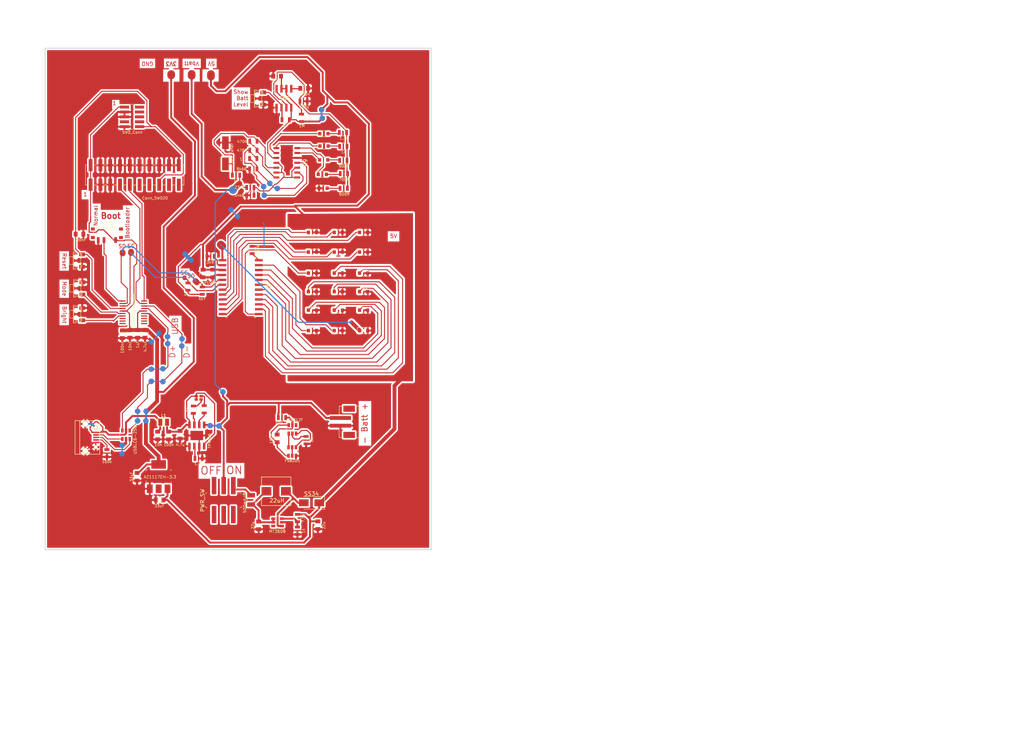
<source format=kicad_pcb>
(kicad_pcb (version 20171130) (host pcbnew "(5.0.0-rc2-206-gf10aa6c85)")
  (layers (0 F.Cu signal) (31 B.Cu signal) (34 B.Paste user) (35 F.Paste user) (36 B.SilkS user) (37 F.SilkS user) (38 B.Mask user) (39 F.Mask user) (44 Edge.Cuts user))
  (net 0 "")
  (net 1 GND)
  (net 2 /SheetPower/VUSB)
  (net 3 "Net-(C2-Pad1)")
  (net 4 "Net-(C4-Pad1)")
  (net 5 +5V)
  (net 6 +3V3)
  (net 7 "Net-(C8-Pad1)")
  (net 8 "Net-(C8-Pad2)")
  (net 9 /Sheet_MCU-LED-Driver/RESET)
  (net 10 "Net-(C16-Pad1)")
  (net 11 "Net-(C17-Pad1)")
  (net 12 "Net-(D1-Pad2)")
  (net 13 "Net-(D2-Pad3)")
  (net 14 "Net-(D2-Pad4)")
  (net 15 "Net-(D3-Pad1)")
  (net 16 "Net-(D4-Pad1)")
  (net 17 "Net-(D4-Pad2)")
  (net 18 "Net-(D5-Pad2)")
  (net 19 "Net-(D5-Pad1)")
  (net 20 "Net-(D6-Pad1)")
  (net 21 "Net-(D6-Pad2)")
  (net 22 "Net-(D7-Pad2)")
  (net 23 "Net-(D7-Pad1)")
  (net 24 "Net-(D8-Pad2)")
  (net 25 "Net-(DA1-Pad1)")
  (net 26 "Net-(DA2-Pad1)")
  (net 27 "Net-(DA3-Pad1)")
  (net 28 "Net-(DB1-Pad1)")
  (net 29 "Net-(DB2-Pad1)")
  (net 30 "Net-(DB3-Pad1)")
  (net 31 "Net-(DC1-Pad1)")
  (net 32 "Net-(DC2-Pad1)")
  (net 33 "Net-(DC3-Pad1)")
  (net 34 "Net-(DD1-Pad1)")
  (net 35 "Net-(DD2-Pad1)")
  (net 36 "Net-(DD3-Pad1)")
  (net 37 "Net-(DE1-Pad1)")
  (net 38 "Net-(DE2-Pad1)")
  (net 39 "Net-(DE3-Pad1)")
  (net 40 "Net-(DF1-Pad1)")
  (net 41 "Net-(DF2-Pad1)")
  (net 42 "Net-(DF3-Pad1)")
  (net 43 "Net-(F1-Pad2)")
  (net 44 "Net-(J1-Pad4)")
  (net 45 "Net-(J1-Pad3)")
  (net 46 "Net-(J1-Pad2)")
  (net 47 +BATT)
  (net 48 /Sheet_MCU-LED-Driver/SWCLK)
  (net 49 /Sheet_MCU-LED-Driver/SWDIO)
  (net 50 "Net-(R2-Pad1)")
  (net 51 "Net-(R3-Pad1)")
  (net 52 "Net-(R4-Pad2)")
  (net 53 "Net-(R5-Pad1)")
  (net 54 "Net-(R8-Pad1)")
  (net 55 /Sheet_MCU-LED-Driver/SDA0)
  (net 56 /Sheet_MCU-LED-Driver/SCL0)
  (net 57 "Net-(R11-Pad1)")
  (net 58 "Net-(R12-Pad1)")
  (net 59 "Net-(R14-Pad2)")
  (net 60 /SheetBatteryGauge/LED_VCC)
  (net 61 "Net-(R16-Pad2)")
  (net 62 "Net-(R19-Pad2)")
  (net 63 "Net-(R20-Pad2)")
  (net 64 "Net-(R25-Pad2)")
  (net 65 "Net-(SW2-Pad1)")
  (net 66 "Net-(SW3-Pad1)")
  (net 67 "Net-(SW5-Pad2)")
  (net 68 "Net-(U5-Pad3)")
  (net 69 "Net-(U5-Pad1)")
  (net 70 "Net-(U6-Pad2)")
  (net 71 USBDP)
  (net 72 USBDM)
  (module "my-footprints:LED_0606 (Dual - 0603x2)" (layer F.Cu) (at 67.475 111.025 90)
    (fp_text reference D2 hide)
    (fp_text value LED_GREEN1_RED2 hide)
    (pad 2 smd rect (at -0.425 -0.625 90) (size 0.65 0.85) (layers F.Cu F.Paste F.Mask) (net 3 "Net-(C2-Pad1)"))
    (pad 4 smd rect (at -0.425 0.625 90) (size 0.65 0.85) (layers F.Cu F.Paste F.Mask) (net 14 "Net-(D2-Pad4)"))
    (pad 3 smd rect (at 0.425 0.625 90) (size 0.65 0.85) (layers F.Cu F.Paste F.Mask) (net 13 "Net-(D2-Pad3)"))
    (pad 1 smd rect (at 0.425 -0.625 90) (size 0.65 0.85) (layers F.Cu F.Paste F.Mask) (net 3 "Net-(C2-Pad1)"))
  )
  (module Capacitors_SMD:C_0805 (layer F.Cu) (at 56.85 120.8 270)
    (fp_text reference C1 hide)
    (fp_text value 10n (at 2.4 -0.15 180) (layer F.SilkS) (effects (font (size 0.7 0.7) (thickness 0.1))))
    (pad 2 smd rect (at 1 0 270) (size 1 1.25) (layers F.Cu F.Paste F.Mask) (net 1 GND))
    (pad 1 smd rect (at -1 0 270) (size 1 1.25) (layers F.Cu F.Paste F.Mask) (net 2 /SheetPower/VUSB))
  )
  (module Capacitors_SMD:C_0805 (layer F.Cu) (at 59.7 120.8 270)
    (fp_text reference C2 hide)
    (fp_text value 100n (at 2.4 -0.05 180) (layer F.SilkS) (effects (font (size 0.7 0.7) (thickness 0.1))))
    (pad 1 smd rect (at -1 0 270) (size 1 1.25) (layers F.Cu F.Paste F.Mask) (net 3 "Net-(C2-Pad1)"))
    (pad 2 smd rect (at 1 0 270) (size 1 1.25) (layers F.Cu F.Paste F.Mask) (net 1 GND))
  )
  (module Capacitors_SMD:C_0805 (layer F.Cu) (at 62.65 120.6 270)
    (fp_text reference C3 hide)
    (fp_text value 4.7u (at 2.6 -0.05) (layer F.SilkS) (effects (font (size 0.7 0.7) (thickness 0.1))))
    (pad 1 smd rect (at -1 0 270) (size 1 1.25) (layers F.Cu F.Paste F.Mask) (net 3 "Net-(C2-Pad1)"))
    (pad 2 smd rect (at 1 0 270) (size 1 1.25) (layers F.Cu F.Paste F.Mask) (net 1 GND))
  )
  (module Capacitors_SMD:C_0805 (layer F.Cu) (at 83 144.1 270)
    (fp_text reference C4 hide)
    (fp_text value 22u (at 0 1.5 270) (layer F.SilkS) (effects (font (size 0.7 0.7) (thickness 0.1))))
    (pad 2 smd rect (at 1 0 270) (size 1 1.25) (layers F.Cu F.Paste F.Mask) (net 1 GND))
    (pad 1 smd rect (at -1 0 270) (size 1 1.25) (layers F.Cu F.Paste F.Mask) (net 4 "Net-(C4-Pad1)"))
  )
  (module Capacitors_SMD:C_0805 (layer F.Cu) (at 98.35 144.05 270)
    (fp_text reference C5 hide)
    (fp_text value 22u (at 0.05 -1.55 270) (layer F.SilkS) (effects (font (size 0.7 0.7) (thickness 0.1))))
    (pad 1 smd rect (at -1 0 270) (size 1 1.25) (layers F.Cu F.Paste F.Mask) (net 5 +5V))
    (pad 2 smd rect (at 1 0 270) (size 1 1.25) (layers F.Cu F.Paste F.Mask) (net 1 GND))
  )
  (module Capacitors_SMD:C_0805 (layer F.Cu) (at 57.35 137.5 180)
    (fp_text reference C6 hide)
    (fp_text value 33uF (at 0.05 -1.55 180) (layer F.SilkS) (effects (font (size 0.7 0.7) (thickness 0.1))))
    (pad 1 smd rect (at -1 0 180) (size 1 1.25) (layers F.Cu F.Paste F.Mask) (net 5 +5V))
    (pad 2 smd rect (at 1 0 180) (size 1 1.25) (layers F.Cu F.Paste F.Mask) (net 1 GND))
  )
  (module Capacitors_SMD:C_0805 (layer F.Cu) (at 51.5 131.5 270)
    (fp_text reference C7 hide)
    (fp_text value 33uF (at 0 1.45 270) (layer F.SilkS) (effects (font (size 0.7 0.7) (thickness 0.1))))
    (pad 2 smd rect (at 1 0 270) (size 1 1.25) (layers F.Cu F.Paste F.Mask) (net 1 GND))
    (pad 1 smd rect (at -1 0 270) (size 1 1.25) (layers F.Cu F.Paste F.Mask) (net 6 +3V3))
  )
  (module Capacitors_SMD:C_0805 (layer F.Cu) (at 87.8 121.55 270)
    (fp_text reference C8 hide)
    (fp_text value 100n (at 0.05 1.5 270) (layer F.SilkS) (effects (font (size 0.7 0.7) (thickness 0.1))))
    (pad 1 smd rect (at -1 0 270) (size 1 1.25) (layers F.Cu F.Paste F.Mask) (net 7 "Net-(C8-Pad1)"))
    (pad 2 smd rect (at 1 0 270) (size 1 1.25) (layers F.Cu F.Paste F.Mask) (net 8 "Net-(C8-Pad2)"))
  )
  (module Capacitors_SMD:C_0805 (layer F.Cu) (at 47.7 94.55 270)
    (fp_text reference C9 hide)
    (fp_text value 100nF (at 3.316667 0 270) (layer F.SilkS) (effects (font (size 0.7 0.7) (thickness 0.1))))
    (pad 2 smd rect (at 1 0 270) (size 1 1.25) (layers F.Cu F.Paste F.Mask) (net 1 GND))
    (pad 1 smd rect (at -1 0 270) (size 1 1.25) (layers F.Cu F.Paste F.Mask) (net 6 +3V3))
  )
  (module Capacitors_SMD:C_0805 (layer F.Cu) (at 53.55 94.45 270)
    (fp_text reference C10 hide)
    (fp_text value 4.7uF (at 3.25 -0.05 270) (layer F.SilkS) (effects (font (size 0.7 0.7) (thickness 0.1))))
    (pad 2 smd rect (at 1 0 270) (size 1 1.25) (layers F.Cu F.Paste F.Mask) (net 1 GND))
    (pad 1 smd rect (at -1 0 270) (size 1 1.25) (layers F.Cu F.Paste F.Mask) (net 6 +3V3))
  )
  (module Capacitors_SMD:C_0805 (layer F.Cu) (at 49.65 94.45 270)
    (fp_text reference C11 hide)
    (fp_text value 10nF (at 3.083334 -0.05 270) (layer F.SilkS) (effects (font (size 0.7 0.7) (thickness 0.1))))
    (pad 2 smd rect (at 1 0 270) (size 1 1.25) (layers F.Cu F.Paste F.Mask) (net 1 GND))
    (pad 1 smd rect (at -1 0 270) (size 1 1.25) (layers F.Cu F.Paste F.Mask) (net 6 +3V3))
  )
  (module Capacitors_SMD:C_0805 (layer F.Cu) (at 51.65 94.45 270)
    (fp_text reference C12 hide)
    (fp_text value 1uF (at 2.75 0 270) (layer F.SilkS) (effects (font (size 0.7 0.7) (thickness 0.1))))
    (pad 2 smd rect (at 1 0 270) (size 1 1.25) (layers F.Cu F.Paste F.Mask) (net 1 GND))
    (pad 1 smd rect (at -1 0 270) (size 1 1.25) (layers F.Cu F.Paste F.Mask) (net 6 +3V3))
  )
  (module Capacitors_SMD:C_0805 (layer F.Cu) (at 36.6 68.6)
    (fp_text reference C13 hide)
    (fp_text value 100nF (at 0.1 1.5) (layer F.SilkS) (effects (font (size 0.7 0.7) (thickness 0.1))))
    (pad 1 smd rect (at -1 0) (size 1 1.25) (layers F.Cu F.Paste F.Mask) (net 9 /Sheet_MCU-LED-Driver/RESET))
    (pad 2 smd rect (at 1 0) (size 1 1.25) (layers F.Cu F.Paste F.Mask) (net 1 GND))
  )
  (module Capacitors_SMD:C_0805 (layer F.Cu) (at 68.6 78.8 270)
    (fp_text reference C14 hide)
    (fp_text value 1uF (at 2.3 -0.15) (layer F.SilkS) (effects (font (size 0.7 0.7) (thickness 0.1))))
    (pad 1 smd rect (at -1 0 270) (size 1 1.25) (layers F.Cu F.Paste F.Mask) (net 5 +5V))
    (pad 2 smd rect (at 1 0 270) (size 1 1.25) (layers F.Cu F.Paste F.Mask) (net 1 GND))
  )
  (module Capacitors_SMD:C_0805 (layer F.Cu) (at 71.1 78.8 270)
    (fp_text reference C15 hide)
    (fp_text value 100nF (at 2.4 -0.05 180) (layer F.SilkS) (effects (font (size 0.7 0.7) (thickness 0.1))))
    (pad 2 smd rect (at 1 0 270) (size 1 1.25) (layers F.Cu F.Paste F.Mask) (net 1 GND))
    (pad 1 smd rect (at -1 0 270) (size 1 1.25) (layers F.Cu F.Paste F.Mask) (net 5 +5V))
  )
  (module Capacitors_SMD:C_0805 (layer F.Cu) (at 87.8 27.65 180)
    (fp_text reference C16 hide)
    (fp_text value 4.7n (at 0.2 -1.45 180) (layer F.SilkS) (effects (font (size 0.7 0.7) (thickness 0.1))))
    (pad 2 smd rect (at 1 0 180) (size 1 1.25) (layers F.Cu F.Paste F.Mask) (net 1 GND))
    (pad 1 smd rect (at -1 0 180) (size 1 1.25) (layers F.Cu F.Paste F.Mask) (net 10 "Net-(C16-Pad1)"))
  )
  (module Capacitors_SMD:C_0805 (layer F.Cu) (at 94.8 30.8)
    (fp_text reference C17 hide)
    (fp_text value 100n (at 0.2 1.5) (layer F.SilkS) (effects (font (size 0.7 0.7) (thickness 0.1))))
    (pad 1 smd rect (at -1 0) (size 1 1.25) (layers F.Cu F.Paste F.Mask) (net 11 "Net-(C17-Pad1)"))
    (pad 2 smd rect (at 1 0) (size 1 1.25) (layers F.Cu F.Paste F.Mask) (net 1 GND))
  )
  (module Diodes_SMD:D_SMA (layer F.Cu) (at 96.7 138.25 180)
    (fp_text reference D1 hide)
    (fp_text value SS34 (at 0 2.35 180) (layer F.SilkS))
    (pad 2 smd rect (at 2 0 180) (size 2.5 1.8) (layers F.Cu F.Paste F.Mask) (net 12 "Net-(D1-Pad2)"))
    (pad 1 smd rect (at -2 0 180) (size 2.5 1.8) (layers F.Cu F.Paste F.Mask) (net 5 +5V))
  )
  (module Diodes_SMD:D_MiniMELF_Handsoldering (layer F.Cu) (at 74.4 47.65 90)
    (fp_text reference D3 hide)
    (fp_text value "2V5 Zener" (at -0.05 1.7 90) (layer F.SilkS) (effects (font (size 0.7 0.7) (thickness 0.1))))
    (pad 2 smd rect (at 2.75 0 90) (size 3.3 1.7) (layers F.Cu F.Paste F.Mask) (net 1 GND))
    (pad 1 smd rect (at -2.75 0 90) (size 3.3 1.7) (layers F.Cu F.Paste F.Mask) (net 15 "Net-(D3-Pad1)"))
  )
  (module Diodes_SMD:D_0805 (layer F.Cu) (at 99.9 42.55)
    (fp_text reference D4 hide)
    (fp_text value LED_BLUE)
    (pad 1 smd rect (at -1.05 0) (size 0.8 0.9) (layers F.Cu F.Paste F.Mask) (net 16 "Net-(D4-Pad1)"))
    (pad 2 smd rect (at 1.05 0) (size 0.8 0.9) (layers F.Cu F.Paste F.Mask) (net 17 "Net-(D4-Pad2)"))
  )
  (module Diodes_SMD:D_0805 (layer F.Cu) (at 99.95 45.75)
    (fp_text reference D5 hide)
    (fp_text value LED_GREEN)
    (pad 2 smd rect (at 1.05 0) (size 0.8 0.9) (layers F.Cu F.Paste F.Mask) (net 18 "Net-(D5-Pad2)"))
    (pad 1 smd rect (at -1.05 0) (size 0.8 0.9) (layers F.Cu F.Paste F.Mask) (net 19 "Net-(D5-Pad1)"))
  )
  (module Diodes_SMD:D_0805 (layer F.Cu) (at 99.85 49.35)
    (fp_text reference D6 hide)
    (fp_text value LED_YELLOW)
    (pad 1 smd rect (at -1.05 0) (size 0.8 0.9) (layers F.Cu F.Paste F.Mask) (net 20 "Net-(D6-Pad1)"))
    (pad 2 smd rect (at 1.05 0) (size 0.8 0.9) (layers F.Cu F.Paste F.Mask) (net 21 "Net-(D6-Pad2)"))
  )
  (module Diodes_SMD:D_0805 (layer F.Cu) (at 99.5 53.1)
    (fp_text reference D7 hide)
    (fp_text value LED_ORANGE)
    (pad 2 smd rect (at 1.05 0) (size 0.8 0.9) (layers F.Cu F.Paste F.Mask) (net 22 "Net-(D7-Pad2)"))
    (pad 1 smd rect (at -1.05 0) (size 0.8 0.9) (layers F.Cu F.Paste F.Mask) (net 23 "Net-(D7-Pad1)"))
  )
  (module Diodes_SMD:D_0805 (layer F.Cu) (at 99.7 56.7)
    (fp_text reference D8 hide)
    (fp_text value LED_RED)
    (pad 2 smd rect (at 1.05 0) (size 0.8 0.9) (layers F.Cu F.Paste F.Mask) (net 24 "Net-(D8-Pad2)"))
    (pad 1 smd rect (at -1.05 0) (size 0.8 0.9) (layers F.Cu F.Paste F.Mask) (net 1 GND))
  )
  (module Diodes_SMD:D_0805 (layer F.Cu) (at 96.95 68.15)
    (fp_text reference DA1 hide)
    (fp_text value LED_1x1)
    (pad 1 smd rect (at -1.05 0) (size 0.8 0.9) (layers F.Cu F.Paste F.Mask) (net 25 "Net-(DA1-Pad1)"))
    (pad 2 smd rect (at 1.05 0) (size 0.8 0.9) (layers F.Cu F.Paste F.Mask) (net 5 +5V))
  )
  (module Diodes_SMD:D_0805 (layer F.Cu) (at 103.65 68.15)
    (fp_text reference DA2 hide)
    (fp_text value LED_1x2)
    (pad 2 smd rect (at 1.05 0) (size 0.8 0.9) (layers F.Cu F.Paste F.Mask) (net 5 +5V))
    (pad 1 smd rect (at -1.05 0) (size 0.8 0.9) (layers F.Cu F.Paste F.Mask) (net 26 "Net-(DA2-Pad1)"))
  )
  (module Diodes_SMD:D_0805 (layer F.Cu) (at 110.2 68.15)
    (fp_text reference DA3 hide)
    (fp_text value LED_1x3)
    (pad 1 smd rect (at -1.05 0) (size 0.8 0.9) (layers F.Cu F.Paste F.Mask) (net 27 "Net-(DA3-Pad1)"))
    (pad 2 smd rect (at 1.05 0) (size 0.8 0.9) (layers F.Cu F.Paste F.Mask) (net 5 +5V))
  )
  (module Diodes_SMD:D_0805 (layer F.Cu) (at 96.95 73.25)
    (fp_text reference DB1 hide)
    (fp_text value LED_2x1)
    (pad 2 smd rect (at 1.05 0) (size 0.8 0.9) (layers F.Cu F.Paste F.Mask) (net 5 +5V))
    (pad 1 smd rect (at -1.05 0) (size 0.8 0.9) (layers F.Cu F.Paste F.Mask) (net 28 "Net-(DB1-Pad1)"))
  )
  (module Diodes_SMD:D_0805 (layer F.Cu) (at 103.65 73.25)
    (fp_text reference DB2 hide)
    (fp_text value LED_2x2)
    (pad 2 smd rect (at 1.05 0) (size 0.8 0.9) (layers F.Cu F.Paste F.Mask) (net 5 +5V))
    (pad 1 smd rect (at -1.05 0) (size 0.8 0.9) (layers F.Cu F.Paste F.Mask) (net 29 "Net-(DB2-Pad1)"))
  )
  (module Diodes_SMD:D_0805 (layer F.Cu) (at 110.2 73.25)
    (fp_text reference DB3 hide)
    (fp_text value LED_2x3)
    (pad 2 smd rect (at 1.05 0) (size 0.8 0.9) (layers F.Cu F.Paste F.Mask) (net 5 +5V))
    (pad 1 smd rect (at -1.05 0) (size 0.8 0.9) (layers F.Cu F.Paste F.Mask) (net 30 "Net-(DB3-Pad1)"))
  )
  (module Diodes_SMD:D_0805 (layer F.Cu) (at 96.95 78.7)
    (fp_text reference DC1 hide)
    (fp_text value LED_3x1)
    (pad 1 smd rect (at -1.05 0) (size 0.8 0.9) (layers F.Cu F.Paste F.Mask) (net 31 "Net-(DC1-Pad1)"))
    (pad 2 smd rect (at 1.05 0) (size 0.8 0.9) (layers F.Cu F.Paste F.Mask) (net 5 +5V))
  )
  (module Diodes_SMD:D_0805 (layer F.Cu) (at 103.65 78.7)
    (fp_text reference DC2 hide)
    (fp_text value LED_3x2)
    (pad 2 smd rect (at 1.05 0) (size 0.8 0.9) (layers F.Cu F.Paste F.Mask) (net 5 +5V))
    (pad 1 smd rect (at -1.05 0) (size 0.8 0.9) (layers F.Cu F.Paste F.Mask) (net 32 "Net-(DC2-Pad1)"))
  )
  (module Diodes_SMD:D_0805 (layer F.Cu) (at 110.2 78.7)
    (fp_text reference DC3 hide)
    (fp_text value LED_3x3)
    (pad 1 smd rect (at -1.05 0) (size 0.8 0.9) (layers F.Cu F.Paste F.Mask) (net 33 "Net-(DC3-Pad1)"))
    (pad 2 smd rect (at 1.05 0) (size 0.8 0.9) (layers F.Cu F.Paste F.Mask) (net 5 +5V))
  )
  (module Diodes_SMD:D_0805 (layer F.Cu) (at 96.95 83.5)
    (fp_text reference DD1 hide)
    (fp_text value LED_4x1)
    (pad 2 smd rect (at 1.05 0) (size 0.8 0.9) (layers F.Cu F.Paste F.Mask) (net 5 +5V))
    (pad 1 smd rect (at -1.05 0) (size 0.8 0.9) (layers F.Cu F.Paste F.Mask) (net 34 "Net-(DD1-Pad1)"))
  )
  (module Diodes_SMD:D_0805 (layer F.Cu) (at 103.65 83.5)
    (fp_text reference DD2 hide)
    (fp_text value LED_4x2)
    (pad 1 smd rect (at -1.05 0) (size 0.8 0.9) (layers F.Cu F.Paste F.Mask) (net 35 "Net-(DD2-Pad1)"))
    (pad 2 smd rect (at 1.05 0) (size 0.8 0.9) (layers F.Cu F.Paste F.Mask) (net 5 +5V))
  )
  (module Diodes_SMD:D_0805 (layer F.Cu) (at 110.2 83.5)
    (fp_text reference DD3 hide)
    (fp_text value LED_4x3)
    (pad 2 smd rect (at 1.05 0) (size 0.8 0.9) (layers F.Cu F.Paste F.Mask) (net 5 +5V))
    (pad 1 smd rect (at -1.05 0) (size 0.8 0.9) (layers F.Cu F.Paste F.Mask) (net 36 "Net-(DD3-Pad1)"))
  )
  (module Diodes_SMD:D_0805 (layer F.Cu) (at 96.95 88.3)
    (fp_text reference DE1 hide)
    (fp_text value LED_5x1)
    (pad 1 smd rect (at -1.05 0) (size 0.8 0.9) (layers F.Cu F.Paste F.Mask) (net 37 "Net-(DE1-Pad1)"))
    (pad 2 smd rect (at 1.05 0) (size 0.8 0.9) (layers F.Cu F.Paste F.Mask) (net 5 +5V))
  )
  (module Diodes_SMD:D_0805 (layer F.Cu) (at 103.65 88.3)
    (fp_text reference DE2 hide)
    (fp_text value LED_5x2)
    (pad 2 smd rect (at 1.05 0) (size 0.8 0.9) (layers F.Cu F.Paste F.Mask) (net 5 +5V))
    (pad 1 smd rect (at -1.05 0) (size 0.8 0.9) (layers F.Cu F.Paste F.Mask) (net 38 "Net-(DE2-Pad1)"))
  )
  (module Diodes_SMD:D_0805 (layer F.Cu) (at 110.2 88.3)
    (fp_text reference DE3 hide)
    (fp_text value LED_5x3)
    (pad 1 smd rect (at -1.05 0) (size 0.8 0.9) (layers F.Cu F.Paste F.Mask) (net 39 "Net-(DE3-Pad1)"))
    (pad 2 smd rect (at 1.05 0) (size 0.8 0.9) (layers F.Cu F.Paste F.Mask) (net 5 +5V))
  )
  (module Diodes_SMD:D_0805 (layer F.Cu) (at 96.95 93.6)
    (fp_text reference DF1 hide)
    (fp_text value LED_6x1)
    (pad 2 smd rect (at 1.05 0) (size 0.8 0.9) (layers F.Cu F.Paste F.Mask) (net 5 +5V))
    (pad 1 smd rect (at -1.05 0) (size 0.8 0.9) (layers F.Cu F.Paste F.Mask) (net 40 "Net-(DF1-Pad1)"))
  )
  (module Diodes_SMD:D_0805 (layer F.Cu) (at 103.65 93.6)
    (fp_text reference DF2 hide)
    (fp_text value LED_6x2)
    (pad 1 smd rect (at -1.05 0) (size 0.8 0.9) (layers F.Cu F.Paste F.Mask) (net 41 "Net-(DF2-Pad1)"))
    (pad 2 smd rect (at 1.05 0) (size 0.8 0.9) (layers F.Cu F.Paste F.Mask) (net 5 +5V))
  )
  (module Diodes_SMD:D_0805 (layer F.Cu) (at 110.2 93.6)
    (fp_text reference DF3 hide)
    (fp_text value LED_6x3)
    (pad 1 smd rect (at -1.05 0) (size 0.8 0.9) (layers F.Cu F.Paste F.Mask) (net 42 "Net-(DF3-Pad1)"))
    (pad 2 smd rect (at 1.05 0) (size 0.8 0.9) (layers F.Cu F.Paste F.Mask) (net 5 +5V))
  )
  (module Fuse_Holders_and_Fuses:Fuse_SMD1206_Reflow (layer F.Cu) (at 81.05 137.5 90)
    (fp_text reference F1 hide)
    (fp_text value 500mA/8V (at -0.45 -1.65 90) (layer F.SilkS) (effects (font (size 0.75 0.75) (thickness 0.1))))
    (pad 2 smd rect (at 1.2 0 180) (size 2.03 1.14) (layers F.Cu F.Paste F.Mask) (net 43 "Net-(F1-Pad2)"))
    (pad 1 smd rect (at -1.2 0 180) (size 2.03 1.14) (layers F.Cu F.Paste F.Mask) (net 4 "Net-(C4-Pad1)"))
  )
  (module my-footprints:USB_Micro-B_OSHPark (layer F.Cu) (at 39.25 121.3 270)
    (fp_text reference J1 hide)
    (fp_text value USB_B_Micro hide)
    (pad 6 thru_hole oval (at 3.4991 1.13746) (size 1.55 1.55) (drill oval 1.15) (layers *.Cu *.Mask F.SilkS) (net 1 GND))
    (pad 6 thru_hole oval (at -3.5009 1.13746) (size 1.55 1.55) (drill oval 1.15) (layers *.Cu *.Mask F.SilkS) (net 1 GND))
    (pad 6 thru_hole oval (at 2.4991 -1.56254) (size 1 1) (drill oval 0.6) (layers *.Cu *.Mask F.SilkS) (net 1 GND))
    (pad 6 thru_hole oval (at -2.5009 -1.56254) (size 1 1) (drill oval 0.6) (layers *.Cu *.Mask F.SilkS) (net 1 GND))
    (pad 5 smd rect (at 1.2991 -1.56254) (size 1.35 0.4) (layers F.Cu F.Mask) (net 1 GND))
    (pad 4 smd rect (at 0.6491 -1.56254) (size 1.35 0.4) (layers F.Cu F.Mask) (net 44 "Net-(J1-Pad4)"))
    (pad 3 smd rect (at -0.0009 -1.56254) (size 1.35 0.4) (layers F.Cu F.Mask) (net 45 "Net-(J1-Pad3)"))
    (pad 2 smd rect (at -0.6509 -1.56254) (size 1.35 0.4) (layers F.Cu F.Mask) (net 46 "Net-(J1-Pad2)"))
    (pad 1 smd rect (at -1.3009 -1.56254) (size 1.35 0.4) (layers F.Cu F.Mask) (net 2 /SheetPower/VUSB))
  )
  (module Connectors_JST:JST_PH_B2B-PH-SM4-TB_02x2.00mm_Straight (layer F.Cu) (at 105.325 117.25 270)
    (fp_text reference J2 hide)
    (fp_text value Conn_Batt_JST-PH)
    (pad "" smd rect (at 3.4 -1.125 270) (size 1.6 3) (layers F.Cu F.Paste F.Mask))
    (pad "" smd rect (at -3.4 -1.125 270) (size 1.6 3) (layers F.Cu F.Paste F.Mask))
    (pad 2 smd rect (at 1 1.125 270) (size 1 5.5) (layers F.Cu F.Paste F.Mask) (net 1 GND))
    (pad 1 smd rect (at -1 1.125 270) (size 1 5.5) (layers F.Cu F.Paste F.Mask) (net 47 +BATT))
  )
  (module Pin_Headers:Pin_Header_Straight_2x10_Pitch2.54mm_SMD (layer F.Cu) (at 50.9 53.25 90)
    (fp_text reference J4 hide)
    (fp_text value Conn_SWD20 (at -6 5.25 180) (layer F.SilkS) (effects (font (size 0.7 0.7) (thickness 0.1))))
    (pad 20 smd rect (at 2.525 11.43 90) (size 3.15 1) (layers F.Cu F.Paste F.Mask) (net 1 GND))
    (pad 19 smd rect (at -2.525 11.43 90) (size 3.15 1) (layers F.Cu F.Paste F.Mask))
    (pad 18 smd rect (at 2.525 8.89 90) (size 3.15 1) (layers F.Cu F.Paste F.Mask) (net 1 GND))
    (pad 17 smd rect (at -2.525 8.89 90) (size 3.15 1) (layers F.Cu F.Paste F.Mask))
    (pad 16 smd rect (at 2.525 6.35 90) (size 3.15 1) (layers F.Cu F.Paste F.Mask) (net 1 GND))
    (pad 15 smd rect (at -2.525 6.35 90) (size 3.15 1) (layers F.Cu F.Paste F.Mask) (net 9 /Sheet_MCU-LED-Driver/RESET))
    (pad 14 smd rect (at 2.525 3.81 90) (size 3.15 1) (layers F.Cu F.Paste F.Mask) (net 1 GND))
    (pad 13 smd rect (at -2.525 3.81 90) (size 3.15 1) (layers F.Cu F.Paste F.Mask))
    (pad 12 smd rect (at 2.525 1.27 90) (size 3.15 1) (layers F.Cu F.Paste F.Mask) (net 1 GND))
    (pad 11 smd rect (at -2.525 1.27 90) (size 3.15 1) (layers F.Cu F.Paste F.Mask))
    (pad 10 smd rect (at 2.525 -1.27 90) (size 3.15 1) (layers F.Cu F.Paste F.Mask) (net 1 GND))
    (pad 9 smd rect (at -2.525 -1.27 90) (size 3.15 1) (layers F.Cu F.Paste F.Mask) (net 48 /Sheet_MCU-LED-Driver/SWCLK))
    (pad 8 smd rect (at 2.525 -3.81 90) (size 3.15 1) (layers F.Cu F.Paste F.Mask) (net 1 GND))
    (pad 7 smd rect (at -2.525 -3.81 90) (size 3.15 1) (layers F.Cu F.Paste F.Mask) (net 49 /Sheet_MCU-LED-Driver/SWDIO))
    (pad 6 smd rect (at 2.525 -6.35 90) (size 3.15 1) (layers F.Cu F.Paste F.Mask) (net 1 GND))
    (pad 5 smd rect (at -2.525 -6.35 90) (size 3.15 1) (layers F.Cu F.Paste F.Mask) (net 1 GND))
    (pad 4 smd rect (at 2.525 -8.89 90) (size 3.15 1) (layers F.Cu F.Paste F.Mask) (net 1 GND))
    (pad 3 smd rect (at -2.525 -8.89 90) (size 3.15 1) (layers F.Cu F.Paste F.Mask) (net 1 GND))
    (pad 2 smd rect (at 2.525 -11.43 90) (size 3.15 1) (layers F.Cu F.Paste F.Mask) (net 6 +3V3))
    (pad 1 smd rect (at -2.525 -11.43 90) (size 3.15 1) (layers F.Cu F.Paste F.Mask) (net 6 +3V3))
  )
  (module w_smd_inductors:inductor_smd_0805 (layer F.Cu) (at 58.4 117.35)
    (fp_text reference L1 (at 0 -1.69926) (layer F.SilkS) (effects (font (size 0.7493 0.7493) (thickness 0.14986))))
    (fp_text value L hide)
    (pad 1 smd rect (at -0.889 0) (size 1.016 1.778) (layers F.Cu F.Paste F.Mask) (net 2 /SheetPower/VUSB))
    (pad 2 smd rect (at 0.889 0) (size 1.016 1.778) (layers F.Cu F.Paste F.Mask) (net 3 "Net-(C2-Pad1)"))
  )
  (module Inductors:Inductor_Wurth_HCM-7070 (layer F.Cu) (at 87.55 135.25)
    (fp_text reference L2 hide)
    (fp_text value 22uH (at 0.2 2.4) (layer F.SilkS))
    (pad 2 smd rect (at 2.525 0) (size 2.55 2.2) (layers F.Cu F.Paste F.Mask) (net 12 "Net-(D1-Pad2)"))
    (pad 1 smd rect (at -2.525 0) (size 2.55 2.2) (layers F.Cu F.Paste F.Mask) (net 4 "Net-(C4-Pad1)"))
  )
  (module Resistors_SMD:R_0805 (layer F.Cu) (at 43.7 125.4 270)
    (fp_text reference R1 hide)
    (fp_text value 100k (at 2.2 0) (layer F.SilkS) (effects (font (size 0.7 0.7) (thickness 0.1))))
    (pad 2 smd rect (at 0.95 0 270) (size 0.7 1.3) (layers F.Cu F.Paste F.Mask) (net 1 GND))
    (pad 1 smd rect (at -0.95 0 270) (size 0.7 1.3) (layers F.Cu F.Paste F.Mask) (net 44 "Net-(J1-Pad4)"))
  )
  (module Resistors_SMD:R_0805 (layer F.Cu) (at 66.1 114.1 90)
    (fp_text reference R2 hide)
    (fp_text value 1k (at 0.05 -1.6 90) (layer F.SilkS) (effects (font (size 0.7 0.7) (thickness 0.1))))
    (pad 1 smd rect (at -0.95 0 90) (size 0.7 1.3) (layers F.Cu F.Paste F.Mask) (net 50 "Net-(R2-Pad1)"))
    (pad 2 smd rect (at 0.95 0 90) (size 0.7 1.3) (layers F.Cu F.Paste F.Mask) (net 14 "Net-(D2-Pad4)"))
  )
  (module Resistors_SMD:R_0805 (layer F.Cu) (at 67.45 126.75)
    (fp_text reference R3 hide)
    (fp_text value 1.2k (at 0.05 1.4) (layer F.SilkS) (effects (font (size 0.7 0.7) (thickness 0.1))))
    (pad 2 smd rect (at 0.95 0) (size 0.7 1.3) (layers F.Cu F.Paste F.Mask) (net 1 GND))
    (pad 1 smd rect (at -0.95 0) (size 0.7 1.3) (layers F.Cu F.Paste F.Mask) (net 51 "Net-(R3-Pad1)"))
  )
  (module Resistors_SMD:R_0805 (layer F.Cu) (at 93.05 142.200001 270)
    (fp_text reference R4 hide)
    (fp_text value 7.5k (at 0.049999 -1.5 270) (layer F.SilkS) (effects (font (size 0.7 0.7) (thickness 0.1))))
    (pad 2 smd rect (at 0.95 0 270) (size 0.7 1.3) (layers F.Cu F.Paste F.Mask) (net 52 "Net-(R4-Pad2)"))
    (pad 1 smd rect (at -0.95 0 270) (size 0.7 1.3) (layers F.Cu F.Paste F.Mask) (net 5 +5V))
  )
  (module Resistors_SMD:R_0805 (layer F.Cu) (at 68.9 114 90)
    (fp_text reference R5 hide)
    (fp_text value 1k (at -0.05 1.6 90) (layer F.SilkS) (effects (font (size 0.7 0.7) (thickness 0.1))))
    (pad 2 smd rect (at 0.95 0 90) (size 0.7 1.3) (layers F.Cu F.Paste F.Mask) (net 13 "Net-(D2-Pad3)"))
    (pad 1 smd rect (at -0.95 0 90) (size 0.7 1.3) (layers F.Cu F.Paste F.Mask) (net 53 "Net-(R5-Pad1)"))
  )
  (module Resistors_SMD:R_0805 (layer F.Cu) (at 93.05 145.500001 270)
    (fp_text reference R6 hide)
    (fp_text value 1k (at -0.000001 -1.55 270) (layer F.SilkS) (effects (font (size 0.7 0.7) (thickness 0.1))))
    (pad 1 smd rect (at -0.95 0 270) (size 0.7 1.3) (layers F.Cu F.Paste F.Mask) (net 52 "Net-(R4-Pad2)"))
    (pad 2 smd rect (at 0.95 0 270) (size 0.7 1.3) (layers F.Cu F.Paste F.Mask) (net 1 GND))
  )
  (module Resistors_SMD:R_0805 (layer F.Cu) (at 89.05 116.15)
    (fp_text reference R7 hide)
    (fp_text value 100 (at -0.8 1.4) (layer F.SilkS) (effects (font (size 0.7 0.7) (thickness 0.1))))
    (pad 1 smd rect (at -0.95 0) (size 0.7 1.3) (layers F.Cu F.Paste F.Mask) (net 47 +BATT))
    (pad 2 smd rect (at 0.95 0) (size 0.7 1.3) (layers F.Cu F.Paste F.Mask) (net 7 "Net-(C8-Pad1)"))
  )
  (module Resistors_SMD:R_0805 (layer F.Cu) (at 95.3 122 270)
    (fp_text reference R8 hide)
    (fp_text value 1k (at 0 -1.45 270) (layer F.SilkS) (effects (font (size 0.7 0.7) (thickness 0.1))))
    (pad 1 smd rect (at -0.95 0 270) (size 0.7 1.3) (layers F.Cu F.Paste F.Mask) (net 54 "Net-(R8-Pad1)"))
    (pad 2 smd rect (at 0.95 0 270) (size 0.7 1.3) (layers F.Cu F.Paste F.Mask) (net 1 GND))
  )
  (module Resistors_SMD:R_0805 (layer F.Cu) (at 68.4 83.25 90)
    (fp_text reference R9 hide)
    (fp_text value 4k7 (at -2.15 -0.05 180) (layer F.SilkS) (effects (font (size 0.7 0.7) (thickness 0.1))))
    (pad 1 smd rect (at -0.95 0 90) (size 0.7 1.3) (layers F.Cu F.Paste F.Mask) (net 5 +5V))
    (pad 2 smd rect (at 0.95 0 90) (size 0.7 1.3) (layers F.Cu F.Paste F.Mask) (net 55 /Sheet_MCU-LED-Driver/SDA0))
  )
  (module Resistors_SMD:R_0805 (layer F.Cu) (at 64.7 82.2 90)
    (fp_text reference R10 hide)
    (fp_text value 4k7 (at -2.1 -0.1 180) (layer F.SilkS) (effects (font (size 0.7 0.7) (thickness 0.1))))
    (pad 2 smd rect (at 0.95 0 90) (size 0.7 1.3) (layers F.Cu F.Paste F.Mask) (net 56 /Sheet_MCU-LED-Driver/SCL0))
    (pad 1 smd rect (at -0.95 0 90) (size 0.7 1.3) (layers F.Cu F.Paste F.Mask) (net 5 +5V))
  )
  (module Resistors_SMD:R_0805 (layer F.Cu) (at 81.3 72.700001 90)
    (fp_text reference R11 hide)
    (fp_text value 100k (at 0 1.55 90) (layer F.SilkS) (effects (font (size 0.7 0.7) (thickness 0.1))))
    (pad 1 smd rect (at -0.95 0 90) (size 0.7 1.3) (layers F.Cu F.Paste F.Mask) (net 57 "Net-(R11-Pad1)"))
    (pad 2 smd rect (at 0.95 0 90) (size 0.7 1.3) (layers F.Cu F.Paste F.Mask) (net 1 GND))
  )
  (module Resistors_SMD:R_0805 (layer F.Cu) (at 70.55 74.35 180)
    (fp_text reference R12 hide)
    (fp_text value 3k9 (at 0.1 -1.55 180) (layer F.SilkS) (effects (font (size 0.7 0.7) (thickness 0.1))))
    (pad 2 smd rect (at 0.95 0 180) (size 0.7 1.3) (layers F.Cu F.Paste F.Mask) (net 1 GND))
    (pad 1 smd rect (at -0.95 0 180) (size 0.7 1.3) (layers F.Cu F.Paste F.Mask) (net 58 "Net-(R12-Pad1)"))
  )
  (module Resistors_SMD:R_0805 (layer F.Cu) (at 77.15 53.3 180)
    (fp_text reference R13 hide)
    (fp_text value 1k (at 0 -1.45 180) (layer F.SilkS) (effects (font (size 0.7 0.7) (thickness 0.1))))
    (pad 2 smd rect (at 0.95 0 180) (size 0.7 1.3) (layers F.Cu F.Paste F.Mask) (net 15 "Net-(D3-Pad1)"))
    (pad 1 smd rect (at -0.95 0 180) (size 0.7 1.3) (layers F.Cu F.Paste F.Mask) (net 47 +BATT))
  )
  (module Resistors_SMD:R_0805 (layer F.Cu) (at 81.65 44.5 180)
    (fp_text reference R14 hide)
    (fp_text value 470R (at 2.9 -0.1 180) (layer F.SilkS) (effects (font (size 0.7 0.7) (thickness 0.1))))
    (pad 2 smd rect (at 0.95 0 180) (size 0.7 1.3) (layers F.Cu F.Paste F.Mask) (net 59 "Net-(R14-Pad2)"))
    (pad 1 smd rect (at -0.95 0 180) (size 0.7 1.3) (layers F.Cu F.Paste F.Mask) (net 15 "Net-(D3-Pad1)"))
  )
  (module Resistors_SMD:R_0805 (layer F.Cu) (at 104.849999 42.25 180)
    (fp_text reference R15 hide)
    (fp_text value 1.1k (at -0.250001 -1.5 180) (layer F.SilkS) (effects (font (size 0.7 0.7) (thickness 0.1))))
    (pad 2 smd rect (at 0.95 0 180) (size 0.7 1.3) (layers F.Cu F.Paste F.Mask) (net 17 "Net-(D4-Pad2)"))
    (pad 1 smd rect (at -0.95 0 180) (size 0.7 1.3) (layers F.Cu F.Paste F.Mask) (net 60 /SheetBatteryGauge/LED_VCC))
  )
  (module Resistors_SMD:R_0805 (layer F.Cu) (at 81.65 46.85 180)
    (fp_text reference R16 hide)
    (fp_text value 470R (at 2.95 -0.05 180) (layer F.SilkS) (effects (font (size 0.7 0.7) (thickness 0.1))))
    (pad 1 smd rect (at -0.95 0 180) (size 0.7 1.3) (layers F.Cu F.Paste F.Mask) (net 59 "Net-(R14-Pad2)"))
    (pad 2 smd rect (at 0.95 0 180) (size 0.7 1.3) (layers F.Cu F.Paste F.Mask) (net 61 "Net-(R16-Pad2)"))
  )
  (module Resistors_SMD:R_0805 (layer F.Cu) (at 104.949999 45.85 180)
    (fp_text reference R17 hide)
    (fp_text value 1k (at -0.050001 -1.45 180) (layer F.SilkS) (effects (font (size 0.7 0.7) (thickness 0.1))))
    (pad 1 smd rect (at -0.95 0 180) (size 0.7 1.3) (layers F.Cu F.Paste F.Mask) (net 60 /SheetBatteryGauge/LED_VCC))
    (pad 2 smd rect (at 0.95 0 180) (size 0.7 1.3) (layers F.Cu F.Paste F.Mask) (net 18 "Net-(D5-Pad2)"))
  )
  (module Resistors_SMD:R_0805 (layer F.Cu) (at 94.1 38.45 90)
    (fp_text reference R18 hide)
    (fp_text value 1M (at -2.1 0.1 180) (layer F.SilkS) (effects (font (size 0.7 0.7) (thickness 0.1))))
    (pad 1 smd rect (at -0.95 0 90) (size 0.7 1.3) (layers F.Cu F.Paste F.Mask) (net 5 +5V))
    (pad 2 smd rect (at 0.95 0 90) (size 0.7 1.3) (layers F.Cu F.Paste F.Mask) (net 10 "Net-(C16-Pad1)"))
  )
  (module Resistors_SMD:R_0805 (layer F.Cu) (at 90 38.95 180)
    (fp_text reference R19 hide)
    (fp_text value 1k (at 0.1 -1.5 180) (layer F.SilkS) (effects (font (size 0.7 0.7) (thickness 0.1))))
    (pad 2 smd rect (at 0.95 0 180) (size 0.7 1.3) (layers F.Cu F.Paste F.Mask) (net 62 "Net-(R19-Pad2)"))
    (pad 1 smd rect (at -0.95 0 180) (size 0.7 1.3) (layers F.Cu F.Paste F.Mask) (net 5 +5V))
  )
  (module Resistors_SMD:R_0805 (layer F.Cu) (at 81.6 49 180)
    (fp_text reference R20 hide)
    (fp_text value 1k2 (at 2.55 -0.15 180) (layer F.SilkS) (effects (font (size 0.7 0.7) (thickness 0.1))))
    (pad 2 smd rect (at 0.95 0 180) (size 0.7 1.3) (layers F.Cu F.Paste F.Mask) (net 63 "Net-(R20-Pad2)"))
    (pad 1 smd rect (at -0.95 0 180) (size 0.7 1.3) (layers F.Cu F.Paste F.Mask) (net 61 "Net-(R16-Pad2)"))
  )
  (module Resistors_SMD:R_0805 (layer F.Cu) (at 104.95 49.5 180)
    (fp_text reference R21 hide)
    (fp_text value 900R (at -0.15 -1.5 180) (layer F.SilkS) (effects (font (size 0.7 0.7) (thickness 0.1))))
    (pad 1 smd rect (at -0.95 0 180) (size 0.7 1.3) (layers F.Cu F.Paste F.Mask) (net 60 /SheetBatteryGauge/LED_VCC))
    (pad 2 smd rect (at 0.95 0 180) (size 0.7 1.3) (layers F.Cu F.Paste F.Mask) (net 21 "Net-(D6-Pad2)"))
  )
  (module Resistors_SMD:R_0805 (layer F.Cu) (at 94.65 34.15)
    (fp_text reference R22 hide)
    (fp_text value 100k (at 0.15 1.55) (layer F.SilkS) (effects (font (size 0.7 0.7) (thickness 0.1))))
    (pad 2 smd rect (at 0.95 0) (size 0.7 1.3) (layers F.Cu F.Paste F.Mask) (net 1 GND))
    (pad 1 smd rect (at -0.95 0) (size 0.7 1.3) (layers F.Cu F.Paste F.Mask) (net 60 /SheetBatteryGauge/LED_VCC))
  )
  (module Resistors_SMD:R_0805 (layer F.Cu) (at 81.6 51.7 180)
    (fp_text reference R23 hide)
    (fp_text value 8k66 (at 3 0 180) (layer F.SilkS) (effects (font (size 0.7 0.7) (thickness 0.1))))
    (pad 1 smd rect (at -0.95 0 180) (size 0.7 1.3) (layers F.Cu F.Paste F.Mask) (net 63 "Net-(R20-Pad2)"))
    (pad 2 smd rect (at 0.95 0 180) (size 0.7 1.3) (layers F.Cu F.Paste F.Mask) (net 1 GND))
  )
  (module Resistors_SMD:R_0805 (layer F.Cu) (at 105.1 52.9 180)
    (fp_text reference R24 hide)
    (fp_text value 700R (at -0.05 -1.55 180) (layer F.SilkS) (effects (font (size 0.7 0.7) (thickness 0.1))))
    (pad 2 smd rect (at 0.95 0 180) (size 0.7 1.3) (layers F.Cu F.Paste F.Mask) (net 22 "Net-(D7-Pad2)"))
    (pad 1 smd rect (at -0.95 0 180) (size 0.7 1.3) (layers F.Cu F.Paste F.Mask) (net 60 /SheetBatteryGauge/LED_VCC))
  )
  (module Resistors_SMD:R_0805 (layer F.Cu) (at 80.85 56.5)
    (fp_text reference R25 hide)
    (fp_text value 23k2 (at -2.8 -0.05) (layer F.SilkS) (effects (font (size 0.7 0.7) (thickness 0.1))))
    (pad 1 smd rect (at -0.95 0) (size 0.7 1.3) (layers F.Cu F.Paste F.Mask) (net 47 +BATT))
    (pad 2 smd rect (at 0.95 0) (size 0.7 1.3) (layers F.Cu F.Paste F.Mask) (net 64 "Net-(R25-Pad2)"))
  )
  (module Resistors_SMD:R_0805 (layer F.Cu) (at 80.85 58.5 180)
    (fp_text reference R26 hide)
    (fp_text value 34k8 (at 2.9 -0.05 180) (layer F.SilkS) (effects (font (size 0.7 0.7) (thickness 0.1))))
    (pad 2 smd rect (at 0.95 0 180) (size 0.7 1.3) (layers F.Cu F.Paste F.Mask) (net 1 GND))
    (pad 1 smd rect (at -0.95 0 180) (size 0.7 1.3) (layers F.Cu F.Paste F.Mask) (net 64 "Net-(R25-Pad2)"))
  )
  (module Resistors_SMD:R_0805 (layer F.Cu) (at 105.05 56.7 180)
    (fp_text reference R27 hide)
    (fp_text value 600R (at -0.15 -1.55 180) (layer F.SilkS) (effects (font (size 0.7 0.7) (thickness 0.1))))
    (pad 1 smd rect (at -0.95 0 180) (size 0.7 1.3) (layers F.Cu F.Paste F.Mask) (net 60 /SheetBatteryGauge/LED_VCC))
    (pad 2 smd rect (at 0.95 0 180) (size 0.7 1.3) (layers F.Cu F.Paste F.Mask) (net 24 "Net-(D8-Pad2)"))
  )
  (module my-footprints:Tiny_SMD_Side_Btn_4x2.5mm (layer F.Cu) (at 35.95 82.650001 90)
    (fp_text reference SW2 hide)
    (fp_text value Mode_BTN hide)
    (pad "" np_thru_hole circle (at 0.95 -0.2 90) (size 0.55 0.55) (drill 0.55) (layers *.Cu *.Mask))
    (pad "" np_thru_hole circle (at -0.95 -0.2 90) (size 0.55 0.55) (drill 0.55) (layers *.Cu *.Mask))
    (pad 2 smd rect (at 1.6 1.4 90) (size 1 1.5) (layers F.Cu F.Paste F.Mask) (net 1 GND))
    (pad 1 smd rect (at -1.6 1.4 90) (size 1 1.5) (layers F.Cu F.Paste F.Mask) (net 65 "Net-(SW2-Pad1)"))
  )
  (module my-footprints:Tiny_SMD_Side_Btn_4x2.5mm (layer F.Cu) (at 35.900001 89.35 90)
    (fp_text reference SW3 hide)
    (fp_text value Bright_BTN hide)
    (pad 1 smd rect (at -1.6 1.4 90) (size 1 1.5) (layers F.Cu F.Paste F.Mask) (net 66 "Net-(SW3-Pad1)"))
    (pad 2 smd rect (at 1.6 1.4 90) (size 1 1.5) (layers F.Cu F.Paste F.Mask) (net 1 GND))
    (pad "" np_thru_hole circle (at -0.95 -0.2 90) (size 0.55 0.55) (drill 0.55) (layers *.Cu *.Mask))
    (pad "" np_thru_hole circle (at 0.95 -0.2 90) (size 0.55 0.55) (drill 0.55) (layers *.Cu *.Mask))
  )
  (module my-footprints:Tiny_SMD_Side_Btn_4x2.5mm (layer F.Cu) (at 35.85 75.45 90)
    (fp_text reference SW4 hide)
    (fp_text value Reset_BTN hide)
    (pad "" np_thru_hole circle (at 0.95 -0.2 90) (size 0.55 0.55) (drill 0.55) (layers *.Cu *.Mask))
    (pad "" np_thru_hole circle (at -0.95 -0.2 90) (size 0.55 0.55) (drill 0.55) (layers *.Cu *.Mask))
    (pad 2 smd rect (at 1.6 1.4 90) (size 1 1.5) (layers F.Cu F.Paste F.Mask) (net 9 /Sheet_MCU-LED-Driver/RESET))
    (pad 1 smd rect (at -1.6 1.4 90) (size 1 1.5) (layers F.Cu F.Paste F.Mask) (net 1 GND))
  )
  (module Buttons_Switches_SMD:SW_SPDT_PCM12 (layer F.Cu) (at 43.7 68.699999 180)
    (fp_text reference SW5 hide)
    (fp_text value Boot_SW)
    (pad "" smd rect (at -3.65 -0.78 180) (size 1 0.8) (layers F.Cu F.Paste F.Mask))
    (pad "" smd rect (at 3.65 -0.78 180) (size 1 0.8) (layers F.Cu F.Paste F.Mask))
    (pad "" smd rect (at 3.65 1.43 180) (size 1 0.8) (layers F.Cu F.Paste F.Mask))
    (pad "" smd rect (at -3.65 1.43 180) (size 1 0.8) (layers F.Cu F.Paste F.Mask))
    (pad 3 smd rect (at 2.25 -1.43 180) (size 0.7 1.5) (layers F.Cu F.Paste F.Mask) (net 1 GND))
    (pad 2 smd rect (at 0.75 -1.43 180) (size 0.7 1.5) (layers F.Cu F.Paste F.Mask) (net 67 "Net-(SW5-Pad2)"))
    (pad 1 smd rect (at -2.25 -1.43 180) (size 0.7 1.5) (layers F.Cu F.Paste F.Mask) (net 6 +3V3))
    (pad "" np_thru_hole circle (at 1.5 0.33 180) (size 0.9 0.9) (drill 0.9) (layers *.Cu *.Mask))
    (pad "" np_thru_hole circle (at -1.5 0.33 180) (size 0.9 0.9) (drill 0.9) (layers *.Cu *.Mask))
  )
  (module my-footprints:Tiny_SMD_Side_Btn_4x2.5mm (layer F.Cu) (at 82.8 33.45 90)
    (fp_text reference SW6 hide)
    (fp_text value SW_SeeBattGauge hide)
    (pad 1 smd rect (at -1.6 1.4 90) (size 1 1.5) (layers F.Cu F.Paste F.Mask) (net 1 GND))
    (pad 2 smd rect (at 1.6 1.4 90) (size 1 1.5) (layers F.Cu F.Paste F.Mask) (net 62 "Net-(R19-Pad2)"))
    (pad "" np_thru_hole circle (at -0.95 -0.2 90) (size 0.55 0.55) (drill 0.55) (layers *.Cu *.Mask))
    (pad "" np_thru_hole circle (at 0.95 -0.2 90) (size 0.55 0.55) (drill 0.55) (layers *.Cu *.Mask))
  )
  (module TO_SOT_Packages_SMD:SOT-23-6 (layer F.Cu) (at 87.9 143.3 180)
    (fp_text reference U3 hide)
    (fp_text value MT3608 (at 0.05 -2.35 180) (layer F.SilkS) (effects (font (size 0.75 0.75) (thickness 0.1))))
    (pad 5 smd rect (at 1.1 0 180) (size 1.06 0.65) (layers F.Cu F.Paste F.Mask) (net 4 "Net-(C4-Pad1)"))
    (pad 6 smd rect (at 1.1 -0.95 180) (size 1.06 0.65) (layers F.Cu F.Paste F.Mask))
    (pad 4 smd rect (at 1.1 0.95 180) (size 1.06 0.65) (layers F.Cu F.Paste F.Mask) (net 4 "Net-(C4-Pad1)"))
    (pad 3 smd rect (at -1.1 0.95 180) (size 1.06 0.65) (layers F.Cu F.Paste F.Mask) (net 52 "Net-(R4-Pad2)"))
    (pad 2 smd rect (at -1.1 0 180) (size 1.06 0.65) (layers F.Cu F.Paste F.Mask) (net 1 GND))
    (pad 1 smd rect (at -1.1 -0.95 180) (size 1.06 0.65) (layers F.Cu F.Paste F.Mask) (net 12 "Net-(D1-Pad2)"))
  )
  (module digikey-footprints:SOT-223 (layer F.Cu) (at 57.1 131.45)
    (fp_text reference U4 hide)
    (fp_text value AZ1117EH-3.3 (at 0.35 0.1) (layer F.SilkS) (effects (font (size 0.75 0.75) (thickness 0.1))))
    (pad 3 smd rect (at 2.3 3.15) (size 1.5 2.2) (layers F.Cu F.Paste F.Mask) (net 5 +5V))
    (pad 2 smd rect (at 0 3.15) (size 1.5 2.2) (layers F.Cu F.Paste F.Mask) (net 6 +3V3))
    (pad 1 smd rect (at -2.3 3.15) (size 1.5 2.2) (layers F.Cu F.Paste F.Mask) (net 1 GND))
    (pad 4 smd rect (at 0 -3.15) (size 3.8 2.2) (layers F.Cu F.Paste F.Mask) (net 6 +3V3))
  )
  (module TO_SOT_Packages_SMD:SOT-23-6 (layer F.Cu) (at 91.75 119.2 90)
    (fp_text reference U5 hide)
    (fp_text value FS312F (at 2.45 0.85 180) (layer F.SilkS) (effects (font (size 0.7 0.7) (thickness 0.1))))
    (pad 5 smd rect (at 1.1 0 90) (size 1.06 0.65) (layers F.Cu F.Paste F.Mask) (net 7 "Net-(C8-Pad1)"))
    (pad 6 smd rect (at 1.1 -0.95 90) (size 1.06 0.65) (layers F.Cu F.Paste F.Mask) (net 8 "Net-(C8-Pad2)"))
    (pad 4 smd rect (at 1.1 0.95 90) (size 1.06 0.65) (layers F.Cu F.Paste F.Mask))
    (pad 3 smd rect (at -1.1 0.95 90) (size 1.06 0.65) (layers F.Cu F.Paste F.Mask) (net 68 "Net-(U5-Pad3)"))
    (pad 2 smd rect (at -1.1 0 90) (size 1.06 0.65) (layers F.Cu F.Paste F.Mask) (net 54 "Net-(R8-Pad1)"))
    (pad 1 smd rect (at -1.1 -0.95 90) (size 1.06 0.65) (layers F.Cu F.Paste F.Mask) (net 69 "Net-(U5-Pad1)"))
  )
  (module TO_SOT_Packages_SMD:SOT-23-6 (layer F.Cu) (at 91.7 124.95 90)
    (fp_text reference U6 hide)
    (fp_text value FS8205 (at -2.4 0 180) (layer F.SilkS) (effects (font (size 0.7 0.7) (thickness 0.1))))
    (pad 1 smd rect (at -1.1 -0.95 90) (size 1.06 0.65) (layers F.Cu F.Paste F.Mask) (net 8 "Net-(C8-Pad2)"))
    (pad 2 smd rect (at -1.1 0 90) (size 1.06 0.65) (layers F.Cu F.Paste F.Mask) (net 70 "Net-(U6-Pad2)"))
    (pad 3 smd rect (at -1.1 0.95 90) (size 1.06 0.65) (layers F.Cu F.Paste F.Mask) (net 1 GND))
    (pad 4 smd rect (at 1.1 0.95 90) (size 1.06 0.65) (layers F.Cu F.Paste F.Mask) (net 68 "Net-(U5-Pad3)"))
    (pad 6 smd rect (at 1.1 -0.95 90) (size 1.06 0.65) (layers F.Cu F.Paste F.Mask) (net 69 "Net-(U5-Pad1)"))
    (pad 5 smd rect (at 1.1 0 90) (size 1.06 0.65) (layers F.Cu F.Paste F.Mask) (net 70 "Net-(U6-Pad2)"))
  )
  (module digikey-footprints:SOIC-8_W3.9mm (layer F.Cu) (at 89.55 33.35)
    (fp_text reference U10 hide)
    (fp_text value 555 (at 0.2 0.05) (layer F.SilkS))
    (pad 1 smd rect (at -1.905 2.45) (size 0.6 2) (layers F.Cu F.Paste F.Mask) (net 1 GND))
    (pad 2 smd rect (at -0.635 2.45) (size 0.6 2) (layers F.Cu F.Paste F.Mask) (net 62 "Net-(R19-Pad2)"))
    (pad 4 smd rect (at 1.905 2.45) (size 0.6 2) (layers F.Cu F.Paste F.Mask) (net 5 +5V))
    (pad 5 smd rect (at 1.905 -2.45) (size 0.6 2) (layers F.Cu F.Paste F.Mask) (net 11 "Net-(C17-Pad1)"))
    (pad 6 smd rect (at 0.635 -2.45) (size 0.6 2) (layers F.Cu F.Paste F.Mask) (net 10 "Net-(C16-Pad1)"))
    (pad 7 smd rect (at -0.635 -2.45) (size 0.6 2) (layers F.Cu F.Paste F.Mask) (net 10 "Net-(C16-Pad1)"))
    (pad 8 smd rect (at -1.905 -2.45) (size 0.6 2) (layers F.Cu F.Paste F.Mask) (net 5 +5V))
    (pad 3 smd rect (at 0.635 2.45) (size 0.6 2) (layers F.Cu F.Paste F.Mask) (net 60 /SheetBatteryGauge/LED_VCC))
  )
  (module Pin_Headers:Pin_Header_Straight_2x05_Pitch1.27mm_SMD (layer F.Cu) (at 50.2 38.2)
    (fp_text reference J3 hide)
    (fp_text value SWD_Conn (at 0.1 4) (layer F.SilkS) (effects (font (size 0.7 0.7) (thickness 0.1))))
    (pad 10 smd rect (at 1.95 2.54) (size 2.4 0.74) (layers F.Cu F.Paste F.Mask) (net 9 /Sheet_MCU-LED-Driver/RESET))
    (pad 9 smd rect (at -1.95 2.54) (size 2.4 0.74) (layers F.Cu F.Paste F.Mask) (net 1 GND))
    (pad 8 smd rect (at 1.95 1.27) (size 2.4 0.74) (layers F.Cu F.Paste F.Mask))
    (pad 7 smd rect (at -1.95 1.27) (size 2.4 0.74) (layers F.Cu F.Paste F.Mask))
    (pad 6 smd rect (at 1.95 0) (size 2.4 0.74) (layers F.Cu F.Paste F.Mask))
    (pad 5 smd rect (at -1.95 0) (size 2.4 0.74) (layers F.Cu F.Paste F.Mask) (net 1 GND))
    (pad 4 smd rect (at 1.95 -1.27) (size 2.4 0.74) (layers F.Cu F.Paste F.Mask))
    (pad 3 smd rect (at -1.95 -1.27) (size 2.4 0.74) (layers F.Cu F.Paste F.Mask) (net 1 GND))
    (pad 2 smd rect (at 1.95 -2.54) (size 2.4 0.74) (layers F.Cu F.Paste F.Mask))
    (pad 1 smd rect (at -1.95 -2.54) (size 2.4 0.74) (layers F.Cu F.Paste F.Mask) (net 6 +3V3))
  )
  (module TO_SOT_Packages_SMD:SOT-23-6 (layer F.Cu) (at 48.65 120.6 90)
    (fp_text reference U1 hide)
    (fp_text value USBLC6-2SC6 (at -1 2.35 90) (layer F.SilkS) (effects (font (size 0.75 0.75) (thickness 0.1))))
    (pad 5 smd rect (at 1.1 0 90) (size 1.06 0.65) (layers F.Cu F.Paste F.Mask) (net 2 /SheetPower/VUSB))
    (pad 6 smd rect (at 1.1 -0.95 90) (size 1.06 0.65) (layers F.Cu F.Paste F.Mask) (net 71 USBDP))
    (pad 4 smd rect (at 1.1 0.95 90) (size 1.06 0.65) (layers F.Cu F.Paste F.Mask) (net 72 USBDM))
    (pad 3 smd rect (at -1.1 0.95 90) (size 1.06 0.65) (layers F.Cu F.Paste F.Mask) (net 45 "Net-(J1-Pad3)"))
    (pad 2 smd rect (at -1.1 0 90) (size 1.06 0.65) (layers F.Cu F.Paste F.Mask) (net 1 GND))
    (pad 1 smd rect (at -1.1 -0.95 90) (size 1.06 0.65) (layers F.Cu F.Paste F.Mask) (net 46 "Net-(J1-Pad2)"))
  )
  (module digikey-footprints:SOIC-8-1EP_W3.9mm (layer F.Cu) (at 66.985 120.8)
    (fp_text reference U2 hide)
    (fp_text value TP4056 (at 3.315 1.4 90) (layer F.SilkS) (effects (font (size 0.7 0.7) (thickness 0.1))))
    (pad 1 smd rect (at -1.905 2.75) (size 0.65 1.75) (layers F.Cu F.Paste F.Mask) (net 1 GND))
    (pad 9 smd rect (at 0 0) (size 3.3 2.41) (layers F.Cu F.Paste F.Mask) (net 1 GND))
    (pad 2 smd rect (at -0.635 2.75) (size 0.65 1.75) (layers F.Cu F.Paste F.Mask) (net 51 "Net-(R3-Pad1)"))
    (pad 3 smd rect (at 0.635 2.75) (size 0.65 1.75) (layers F.Cu F.Paste F.Mask) (net 1 GND))
    (pad 4 smd rect (at 1.905 2.75) (size 0.65 1.75) (layers F.Cu F.Paste F.Mask) (net 3 "Net-(C2-Pad1)"))
    (pad 5 smd rect (at 1.905 -2.75) (size 0.65 1.75) (layers F.Cu F.Paste F.Mask) (net 47 +BATT))
    (pad 6 smd rect (at 0.635 -2.75) (size 0.65 1.75) (layers F.Cu F.Paste F.Mask) (net 53 "Net-(R5-Pad1)"))
    (pad 7 smd rect (at -0.635 -2.75) (size 0.65 1.75) (layers F.Cu F.Paste F.Mask) (net 50 "Net-(R2-Pad1)"))
    (pad 8 smd rect (at -1.905 -2.75) (size 0.65 1.75) (layers F.Cu F.Paste F.Mask) (net 3 "Net-(C2-Pad1)"))
  )
  (module digikey-footprints:TSSOP-20_W4.4mm (layer F.Cu) (at 50.55 88.85 270)
    (fp_text reference U7 hide)
    (fp_text value STM32F042F6P6 (at -0.5 -0.15 270) (layer F.SilkS) (effects (font (size 0.7 0.7) (thickness 0.1))))
    (pad 1 smd rect (at -2.925 2.8 270) (size 0.3 1.6) (layers F.Cu F.Paste F.Mask) (net 67 "Net-(SW5-Pad2)"))
    (pad 2 smd rect (at -2.275 2.8 270) (size 0.3 1.6) (layers F.Cu F.Paste F.Mask) (net 55 /Sheet_MCU-LED-Driver/SDA0))
    (pad 3 smd rect (at -1.625 2.8 270) (size 0.3 1.6) (layers F.Cu F.Paste F.Mask) (net 56 /Sheet_MCU-LED-Driver/SCL0))
    (pad 4 smd rect (at -0.975 2.8 270) (size 0.3 1.6) (layers F.Cu F.Paste F.Mask) (net 9 /Sheet_MCU-LED-Driver/RESET))
    (pad 5 smd rect (at -0.325 2.8 270) (size 0.3 1.6) (layers F.Cu F.Paste F.Mask) (net 6 +3V3))
    (pad 6 smd rect (at 0.325 2.8 270) (size 0.3 1.6) (layers F.Cu F.Paste F.Mask) (net 65 "Net-(SW2-Pad1)"))
    (pad 7 smd rect (at 0.975 2.8 270) (size 0.3 1.6) (layers F.Cu F.Paste F.Mask) (net 66 "Net-(SW3-Pad1)"))
    (pad 8 smd rect (at 1.625 2.8 270) (size 0.3 1.6) (layers F.Cu F.Paste F.Mask))
    (pad 9 smd rect (at 2.275 2.8 270) (size 0.3 1.6) (layers F.Cu F.Paste F.Mask))
    (pad 10 smd rect (at 2.925 2.8 270) (size 0.3 1.6) (layers F.Cu F.Paste F.Mask))
    (pad 11 smd rect (at 2.925 -2.8 270) (size 0.3 1.6) (layers F.Cu F.Paste F.Mask))
    (pad 12 smd rect (at 2.275 -2.8 270) (size 0.3 1.6) (layers F.Cu F.Paste F.Mask))
    (pad 13 smd rect (at 1.625 -2.8 270) (size 0.3 1.6) (layers F.Cu F.Paste F.Mask))
    (pad 14 smd rect (at 0.975 -2.8 270) (size 0.3 1.6) (layers F.Cu F.Paste F.Mask))
    (pad 15 smd rect (at 0.325 -2.8 270) (size 0.3 1.6) (layers F.Cu F.Paste F.Mask) (net 1 GND))
    (pad 16 smd rect (at -0.325 -2.8 270) (size 0.3 1.6) (layers F.Cu F.Paste F.Mask) (net 6 +3V3))
    (pad 17 smd rect (at -0.975 -2.8 270) (size 0.3 1.6) (layers F.Cu F.Paste F.Mask) (net 71 USBDP))
    (pad 18 smd rect (at -1.625 -2.8 270) (size 0.3 1.6) (layers F.Cu F.Paste F.Mask) (net 72 USBDM))
    (pad 19 smd rect (at -2.275 -2.8 270) (size 0.3 1.6) (layers F.Cu F.Paste F.Mask) (net 49 /Sheet_MCU-LED-Driver/SWDIO))
    (pad 20 smd rect (at -2.925 -2.8 270) (size 0.3 1.6) (layers F.Cu F.Paste F.Mask) (net 48 /Sheet_MCU-LED-Driver/SWCLK))
  )
  (module digikey-footprints:SOIC-24_W7.50mm (layer F.Cu) (at 78.35 82.35 270)
    (fp_text reference U8 (at 0 -7.36 270) (layer F.SilkS))
    (fp_text value IS31FL3218)
    (pad 1 smd rect (at -6.985 4.7 270) (size 0.6 2) (layers F.Cu F.Paste F.Mask) (net 42 "Net-(DF3-Pad1)"))
    (pad 13 smd rect (at 6.985 -4.7 270) (size 0.6 2) (layers F.Cu F.Paste F.Mask) (net 31 "Net-(DC1-Pad1)"))
    (pad 2 smd rect (at -5.715 4.7 270) (size 0.6 2) (layers F.Cu F.Paste F.Mask) (net 58 "Net-(R12-Pad1)"))
    (pad 3 smd rect (at -4.445 4.7 270) (size 0.6 2) (layers F.Cu F.Paste F.Mask) (net 5 +5V))
    (pad 4 smd rect (at -3.175 4.7 270) (size 0.6 2) (layers F.Cu F.Paste F.Mask) (net 1 GND))
    (pad 5 smd rect (at -1.905 4.7 270) (size 0.6 2) (layers F.Cu F.Paste F.Mask) (net 55 /Sheet_MCU-LED-Driver/SDA0))
    (pad 6 smd rect (at -0.635 4.7 270) (size 0.6 2) (layers F.Cu F.Paste F.Mask) (net 56 /Sheet_MCU-LED-Driver/SCL0))
    (pad 7 smd rect (at 0.635 4.7 270) (size 0.6 2) (layers F.Cu F.Paste F.Mask) (net 25 "Net-(DA1-Pad1)"))
    (pad 8 smd rect (at 1.905 4.7 270) (size 0.6 2) (layers F.Cu F.Paste F.Mask) (net 26 "Net-(DA2-Pad1)"))
    (pad 9 smd rect (at 3.175 4.7 270) (size 0.6 2) (layers F.Cu F.Paste F.Mask) (net 27 "Net-(DA3-Pad1)"))
    (pad 10 smd rect (at 4.445 4.7 270) (size 0.6 2) (layers F.Cu F.Paste F.Mask) (net 28 "Net-(DB1-Pad1)"))
    (pad 11 smd rect (at 5.715 4.7 270) (size 0.6 2) (layers F.Cu F.Paste F.Mask) (net 29 "Net-(DB2-Pad1)"))
    (pad 12 smd rect (at 6.985 4.7 270) (size 0.6 2) (layers F.Cu F.Paste F.Mask) (net 30 "Net-(DB3-Pad1)"))
    (pad 14 smd rect (at 5.715 -4.7 270) (size 0.6 2) (layers F.Cu F.Paste F.Mask) (net 32 "Net-(DC2-Pad1)"))
    (pad 15 smd rect (at 4.445 -4.7 270) (size 0.6 2) (layers F.Cu F.Paste F.Mask) (net 33 "Net-(DC3-Pad1)"))
    (pad 16 smd rect (at 3.175 -4.7 270) (size 0.6 2) (layers F.Cu F.Paste F.Mask) (net 34 "Net-(DD1-Pad1)"))
    (pad 17 smd rect (at 1.905 -4.7 270) (size 0.6 2) (layers F.Cu F.Paste F.Mask) (net 35 "Net-(DD2-Pad1)"))
    (pad 18 smd rect (at 0.635 -4.7 270) (size 0.6 2) (layers F.Cu F.Paste F.Mask) (net 36 "Net-(DD3-Pad1)"))
    (pad 19 smd rect (at -0.635 -4.7 270) (size 0.6 2) (layers F.Cu F.Paste F.Mask) (net 37 "Net-(DE1-Pad1)"))
    (pad 20 smd rect (at -1.905 -4.7 270) (size 0.6 2) (layers F.Cu F.Paste F.Mask) (net 38 "Net-(DE2-Pad1)"))
    (pad 21 smd rect (at -3.175 -4.7 270) (size 0.6 2) (layers F.Cu F.Paste F.Mask) (net 39 "Net-(DE3-Pad1)"))
    (pad 22 smd rect (at -4.445 -4.7 270) (size 0.6 2) (layers F.Cu F.Paste F.Mask) (net 40 "Net-(DF1-Pad1)"))
    (pad 23 smd rect (at -5.715 -4.7 270) (size 0.6 2) (layers F.Cu F.Paste F.Mask) (net 41 "Net-(DF2-Pad1)"))
    (pad 24 smd rect (at -6.985 -4.7 270) (size 0.6 2) (layers F.Cu F.Paste F.Mask) (net 57 "Net-(R11-Pad1)"))
  )
  (module digikey-footprints:SOIC-14_W3.9mm (layer F.Cu) (at 90.3 50.1 270)
    (fp_text reference U9 (at 0 -4.79 270) (layer F.SilkS))
    (fp_text value LM339)
    (pad 1 smd rect (at -3.81 2.7 270) (size 0.55 1.5) (layers F.Cu F.Paste F.Mask) (net 19 "Net-(D5-Pad1)"))
    (pad 2 smd rect (at -2.54 2.7 270) (size 0.55 1.5) (layers F.Cu F.Paste F.Mask) (net 16 "Net-(D4-Pad1)"))
    (pad 3 smd rect (at -1.27 2.7 270) (size 0.55 1.5) (layers F.Cu F.Paste F.Mask) (net 5 +5V))
    (pad 4 smd rect (at 0 2.7 270) (size 0.55 1.5) (layers F.Cu F.Paste F.Mask) (net 64 "Net-(R25-Pad2)"))
    (pad 5 smd rect (at 1.27 2.7 270) (size 0.55 1.5) (layers F.Cu F.Paste F.Mask) (net 15 "Net-(D3-Pad1)"))
    (pad 6 smd rect (at 2.54 2.7 270) (size 0.55 1.5) (layers F.Cu F.Paste F.Mask) (net 64 "Net-(R25-Pad2)"))
    (pad 7 smd rect (at 3.81 2.7 270) (size 0.55 1.5) (layers F.Cu F.Paste F.Mask) (net 59 "Net-(R14-Pad2)"))
    (pad 8 smd rect (at 3.81 -2.7 270) (size 0.55 1.5) (layers F.Cu F.Paste F.Mask) (net 64 "Net-(R25-Pad2)"))
    (pad 9 smd rect (at 2.54 -2.7 270) (size 0.55 1.5) (layers F.Cu F.Paste F.Mask) (net 63 "Net-(R20-Pad2)"))
    (pad 10 smd rect (at 1.27 -2.7 270) (size 0.55 1.5) (layers F.Cu F.Paste F.Mask) (net 64 "Net-(R25-Pad2)"))
    (pad 11 smd rect (at 0 -2.7 270) (size 0.55 1.5) (layers F.Cu F.Paste F.Mask) (net 61 "Net-(R16-Pad2)"))
    (pad 12 smd rect (at -1.27 -2.7 270) (size 0.55 1.5) (layers F.Cu F.Paste F.Mask) (net 1 GND))
    (pad 13 smd rect (at -2.54 -2.7 270) (size 0.55 1.5) (layers F.Cu F.Paste F.Mask) (net 20 "Net-(D6-Pad1)"))
    (pad 14 smd rect (at -3.81 -2.7 270) (size 0.55 1.5) (layers F.Cu F.Paste F.Mask) (net 23 "Net-(D7-Pad1)"))
  )
  (module my-footprints:Switch_Slide_JS202011SCQN (layer F.Cu) (at 73.95 137.55 180)
    (fp_text reference SW1 hide)
    (fp_text value PWR_SW (at 5.5 -0.05 270) (layer F.SilkS))
    (pad 3 smd rect (at 2.5 3.75 180) (size 1.2 4.5) (layers F.Cu F.Paste F.Mask))
    (pad 2 smd rect (at 0 3.75 180) (size 1.2 4.5) (layers F.Cu F.Paste F.Mask) (net 47 +BATT))
    (pad 1 smd rect (at -2.5 3.75 180) (size 1.2 4.5) (layers F.Cu F.Paste F.Mask) (net 43 "Net-(F1-Pad2)"))
    (pad 4 smd rect (at -2.5 -3.75 180) (size 1.2 4.5) (layers F.Cu F.Paste F.Mask))
    (pad 5 smd rect (at 0 -3.75 180) (size 1.2 4.5) (layers F.Cu F.Paste F.Mask))
    (pad 6 smd rect (at 2.5 -3.75 180) (size 1.2 4.5) (layers F.Cu F.Paste F.Mask))
  )
  (gr_text OFF (at 70.7 129.9) (layer F.Cu) (effects (font (size 2 2) (thickness 0.2))))
  (gr_text ON (at 76.7 129.8) (layer F.Cu) (effects (font (size 2 2) (thickness 0.2))))
  (gr_text "- Batt +" (at 110.45 117.65 90) (layer F.Cu) (effects (font (size 1.5 1.5) (thickness 0.2))))
  (gr_text 5V (at 117.95 69.1) (layer F.Cu) (effects (font (size 1 1))))
  (gr_text GND (at 54.2 24.4 180) (layer F.Cu) (effects (font (size 1 1))))
  (gr_text 5V (at 70.75 24.4 180) (layer F.Cu) (effects (font (size 1 1))))
  (gr_text Vbatt (at 65.65 24.4 180) (layer F.Cu) (effects (font (size 1 1))))
  (gr_text 3V3 (at 60.35 24.4125 180) (layer F.Cu) (effects (font (size 1 1) (thickness 0.2))))
  (gr_text 1 (at 45.65 34.65) (layer F.Cu) (effects (font (size 1 1))))
  (gr_text Bright (at 32.7 89.5 270) (layer F.Cu) (effects (font (size 1 1))))
  (gr_text Mode (at 32.7 82.75 270) (layer F.Cu) (effects (font (size 1 1))))
  (gr_text Reset (at 32.7 75.55 270) (layer F.Cu) (effects (font (size 1 1))))
  (gr_text Normal (at 40.8 63.8 90) (layer F.Cu) (effects (font (size 1 1))))
  (gr_text Bootloader (at 49 65.65 90) (layer F.Cu) (effects (font (size 1 1))))
  (gr_text Boot (at 44.7 63.85) (layer F.Cu) (effects (font (size 1.5 1.5) (thickness 0.3))))
  (gr_text 1 (at 38.1 58.3) (layer F.Cu) (effects (font (size 1 1))))
  (gr_text "Show\nBatt\nLevel" (at 80.4 33.35) (layer F.Cu) (effects (font (size 1 1)) (justify right)))
  (gr_line (start 27.7 150.4) (end 27.7 20.399962) (layer Edge.Cuts) (width 0.2))
  (gr_line (start 127.7 150.4) (end 27.7 150.4) (layer Edge.Cuts) (width 0.2))
  (gr_line (start 127.7 20.4) (end 127.7 150.4) (layer Edge.Cuts) (width 0.2))
  (gr_line (start 27.7 20.4) (end 127.700012 20.4) (layer Edge.Cuts) (width 0.2))
  (gr_text SD (at 47.65 71.75) (layer F.Cu) (effects (font (size 1 1))))
  (gr_text SC (at 49.95 71.7) (layer F.Cu) (effects (font (size 1 1))))
  (gr_text SD (at 65.5 79.45) (layer F.Cu) (effects (font (size 1 1))))
  (gr_text SC (at 63.7 78.65) (layer F.Cu) (effects (font (size 1 1))))
  (gr_text D- (at 64.35 99.1 90) (layer F.Cu) (effects (font (size 1.5 1.5))))
  (gr_text D+ (at 60.65 99.05 90) (layer F.Cu) (effects (font (size 1.5 1.5))))
  (gr_text USB (at 61.35 92.45 90) (layer F.Cu) (effects (font (size 1.5 1.5))))
  (segment (start 69.6 74.35) (end 69.6 71.7) (width 0.25) (layer F.Cu) (net 1))
  (segment (start 69.6 71.7) (end 75.6 65.7) (width 0.25) (layer F.Cu) (net 1))
  (via (at 84.15 65.65) (size 0.2) (drill 0.1) (layers F.Cu B.Cu) (net 1))
  (segment (start 75.6 65.7) (end 84.1 65.7) (width 0.25) (layer F.Cu) (net 1))
  (segment (start 84.1 65.7) (end 84.15 65.65) (width 0.25) (layer F.Cu) (net 1))
  (via (at 84.4 71.85) (size 0.2) (drill 0.1) (layers F.Cu B.Cu) (net 1))
  (segment (start 84.15 65.65) (end 84.4 65.9) (width 0.25) (layer B.Cu) (net 1))
  (segment (start 84.4 65.9) (end 84.4 71.85) (width 0.25) (layer B.Cu) (net 1))
  (via (at 84.4 71.85) (size 0.2) (drill 0.1) (layers F.Cu B.Cu) (net 1))
  (segment (start 71.725 79.175) (end 73.64 79.175) (width 0.5) (layer F.Cu) (net 1))
  (segment (start 71.1 79.8) (end 71.725 79.175) (width 0.5) (layer F.Cu) (net 1))
  (via (at 63.886827 73.736827) (size 1.4) (drill 0.1) (layers F.Cu B.Cu) (net 1))
  (via (at 65.513173 75.363173) (size 1.4) (drill 0.1) (layers F.Cu B.Cu) (net 1))
  (segment (start 63.886827 73.736827) (end 63.886827 72.746878) (width 1) (layer F.Cu) (net 1))
  (segment (start 65.513173 75.363173) (end 64.813174 74.663174) (width 1) (layer B.Cu) (net 1))
  (segment (start 64.813174 74.663174) (end 64.763174 74.663174) (width 1) (layer B.Cu) (net 1))
  (segment (start 63.886827 73.786827) (end 63.886827 73.736827) (width 1) (layer B.Cu) (net 1))
  (segment (start 64.763174 74.663174) (end 63.886827 73.786827) (width 1) (layer B.Cu) (net 1))
  (segment (start 63.886827 72.746878) (end 63.05 71.910051) (width 1) (layer F.Cu) (net 1))
  (segment (start 69.6 72.849378) (end 77.8 64.649378) (width 0.3) (layer F.Cu) (net 1))
  (segment (start 69.6 74.35) (end 69.6 72.849378) (width 0.3) (layer F.Cu) (net 1))
  (via (at 77.558884 64.058884) (size 1.4) (drill 0.1) (layers F.Cu B.Cu) (net 1))
  (segment (start 77.8 64.649378) (end 77.8 64.3) (width 0.3) (layer F.Cu) (net 1))
  (segment (start 77.8 64.3) (end 77.558884 64.058884) (width 0.3) (layer F.Cu) (net 1))
  (via (at 75.816116 62.266116) (size 1.4) (drill 0.1) (layers F.Cu B.Cu) (net 1))
  (segment (start 77.558884 64.058884) (end 77.558884 64.008884) (width 0.3) (layer B.Cu) (net 1))
  (segment (start 77.558884 64.008884) (end 75.816116 62.266116) (width 0.3) (layer B.Cu) (net 1))
  (segment (start 74.826167 62.266116) (end 74.642283 62.45) (width 0.3) (layer F.Cu) (net 1))
  (segment (start 75.816116 62.266116) (end 74.826167 62.266116) (width 0.3) (layer F.Cu) (net 1))
  (segment (start 40.81254 122.5991) (end 40.81254 123.7991) (width 0.3) (layer F.Cu) (net 1))
  (segment (start 38.13754 124.7991) (end 38.11254 124.7991) (width 0.3) (layer F.Cu) (net 1))
  (segment (start 40.33754 122.5991) (end 38.13754 124.7991) (width 0.3) (layer F.Cu) (net 1))
  (segment (start 40.81254 122.5991) (end 40.33754 122.5991) (width 0.3) (layer F.Cu) (net 1))
  (segment (start 42.75 126.35) (end 43.7 126.35) (width 0.3) (layer F.Cu) (net 1))
  (segment (start 40.81254 122.5991) (end 41.78754 122.5991) (width 0.3) (layer F.Cu) (net 1))
  (segment (start 41.78754 122.5991) (end 41.98844 122.8) (width 0.3) (layer F.Cu) (net 1))
  (segment (start 41.98844 122.8) (end 41.98844 123.13844) (width 0.3) (layer F.Cu) (net 1))
  (segment (start 41.98844 123.13844) (end 42.35 123.5) (width 0.3) (layer F.Cu) (net 1))
  (segment (start 42.35 123.5) (end 42.35 125.95) (width 0.3) (layer F.Cu) (net 1))
  (segment (start 42.35 125.95) (end 42.75 126.35) (width 0.3) (layer F.Cu) (net 1))
  (via (at 47.65 123.325) (size 1.4) (drill 0.1) (layers F.Cu B.Cu) (net 1))
  (segment (start 48.65 121.7) (end 48.65 122.325) (width 0.3) (layer F.Cu) (net 1))
  (segment (start 48.65 122.325) (end 47.65 123.325) (width 0.3) (layer F.Cu) (net 1))
  (via (at 47.6 125.575) (size 1.4) (drill 0.1) (layers F.Cu B.Cu) (net 1))
  (segment (start 47.65 123.325) (end 47.65 125.525) (width 0.3) (layer B.Cu) (net 1))
  (segment (start 47.65 125.525) (end 47.6 125.575) (width 0.3) (layer B.Cu) (net 1))
  (segment (start 47.6 125.575) (end 46.725 126.45) (width 0.3) (layer F.Cu) (net 1))
  (segment (start 46.625 126.35) (end 43.7 126.35) (width 0.3) (layer F.Cu) (net 1))
  (segment (start 46.725 126.45) (end 46.625 126.35) (width 0.3) (layer F.Cu) (net 1))
  (segment (start 67.62 121.435) (end 66.985 120.8) (width 0.3) (layer F.Cu) (net 1))
  (segment (start 67.62 123.55) (end 67.62 121.435) (width 0.3) (layer F.Cu) (net 1))
  (via (at 55.2 96.585661) (size 1.4) (drill 0.1) (layers F.Cu B.Cu) (net 1))
  (segment (start 57.138573 94.647088) (end 57.138573 94.267251) (width 0.25) (layer B.Cu) (net 1))
  (segment (start 55.2 96.585661) (end 57.138573 94.647088) (width 0.25) (layer B.Cu) (net 1))
  (via (at 57.138573 94.267251) (size 1.4) (drill 0.1) (layers F.Cu B.Cu) (net 1))
  (segment (start 54.064339 95.45) (end 55.2 96.585661) (width 0.25) (layer F.Cu) (net 1))
  (segment (start 53.55 95.45) (end 54.064339 95.45) (width 0.25) (layer F.Cu) (net 1))
  (segment (start 90.03 143.3) (end 90.55 143.82) (width 0.5) (layer F.Cu) (net 1))
  (segment (start 89 143.3) (end 90.03 143.3) (width 0.5) (layer F.Cu) (net 1))
  (segment (start 90.55 143.82) (end 90.55 145.5) (width 0.5) (layer F.Cu) (net 1))
  (segment (start 91.500001 146.450001) (end 93.05 146.450001) (width 0.5) (layer F.Cu) (net 1))
  (segment (start 90.55 145.5) (end 91.500001 146.450001) (width 0.5) (layer F.Cu) (net 1))
  (segment (start 65.513173 77.063173) (end 65.513173 75.363173) (width 1) (layer F.Cu) (net 1))
  (segment (start 68.6 79.8) (end 68.25 79.8) (width 1) (layer F.Cu) (net 1))
  (segment (start 68.25 79.8) (end 65.513173 77.063173) (width 1) (layer F.Cu) (net 1))
  (segment (start 79.9 58.2) (end 79.9 58.5) (width 0.25) (layer F.Cu) (net 1))
  (segment (start 81.109999 55.424999) (end 80.85 55.684998) (width 0.25) (layer F.Cu) (net 1))
  (segment (start 80.85 55.684998) (end 80.85 57.25) (width 0.25) (layer F.Cu) (net 1))
  (segment (start 80.85 57.25) (end 79.9 58.2) (width 0.25) (layer F.Cu) (net 1))
  (segment (start 39.81254 117.7991) (end 40.81254 118.7991) (width 0.5) (layer B.Cu) (net 1))
  (segment (start 38.11254 117.7991) (end 39.81254 117.7991) (width 0.5) (layer B.Cu) (net 1))
  (segment (start 57.138573 93.277302) (end 55.7 91.838729) (width 0.3) (layer F.Cu) (net 1))
  (segment (start 57.138573 94.267251) (end 57.138573 93.277302) (width 0.3) (layer F.Cu) (net 1))
  (segment (start 54.45 89.175) (end 53.35 89.175) (width 0.3) (layer F.Cu) (net 1))
  (segment (start 55.7 90.425) (end 54.45 89.175) (width 0.3) (layer F.Cu) (net 1))
  (segment (start 55.7 91.838729) (end 55.7 90.425) (width 0.3) (layer F.Cu) (net 1))
  (segment (start 40.81254 119.9991) (end 41.78754 119.9991) (width 0.3) (layer F.Cu) (net 2))
  (segment (start 41.8 120.01156) (end 41.78754 119.9991) (width 0.3) (layer F.Cu) (net 2))
  (segment (start 42.08844 120.01156) (end 42.3 119.8) (width 0.3) (layer F.Cu) (net 2))
  (segment (start 41.8 120.01156) (end 42.08844 120.01156) (width 0.3) (layer F.Cu) (net 2))
  (segment (start 39.83754 119.9991) (end 39.78844 119.95) (width 0.3) (layer F.Cu) (net 2))
  (segment (start 40.81254 119.9991) (end 39.83754 119.9991) (width 0.3) (layer F.Cu) (net 2))
  (segment (start 39.78844 119.95) (end 39.78844 119.73844) (width 0.3) (layer F.Cu) (net 2))
  (segment (start 39.78844 119.73844) (end 39.35 119.3) (width 0.3) (layer F.Cu) (net 2))
  (segment (start 39.35 119.3) (end 39.35 118.6) (width 0.3) (layer F.Cu) (net 2))
  (segment (start 39.35 118.6) (end 40.7 117.25) (width 0.3) (layer F.Cu) (net 2))
  (segment (start 40.7 117.25) (end 41.25 117.25) (width 0.3) (layer F.Cu) (net 2))
  (segment (start 41.25 117.25) (end 42.65 118.65) (width 0.3) (layer F.Cu) (net 2))
  (segment (start 42.65 119.75) (end 42.7 119.8) (width 0.3) (layer F.Cu) (net 2))
  (segment (start 42.65 118.65) (end 42.65 119.75) (width 0.3) (layer F.Cu) (net 2))
  (segment (start 42.7 119.8) (end 42.3 119.8) (width 0.5) (layer F.Cu) (net 2))
  (segment (start 48.65 120.25) (end 48.319999 120.580001) (width 0.5) (layer F.Cu) (net 2))
  (segment (start 48.65 119.5) (end 48.65 120.25) (width 0.5) (layer F.Cu) (net 2))
  (segment (start 44.130001 120.580001) (end 43.35 119.8) (width 0.5) (layer F.Cu) (net 2))
  (segment (start 48.319999 120.580001) (end 44.130001 120.580001) (width 0.5) (layer F.Cu) (net 2))
  (segment (start 43.35 119.8) (end 42.7 119.8) (width 0.5) (layer F.Cu) (net 2))
  (segment (start 57.511 119.139) (end 56.85 119.8) (width 0.5) (layer F.Cu) (net 2))
  (segment (start 57.511 117.35) (end 57.511 119.139) (width 0.5) (layer F.Cu) (net 2))
  (segment (start 57.511 117.111) (end 57.511 117.35) (width 0.5) (layer F.Cu) (net 2))
  (segment (start 56.15 115.75) (end 57.511 117.111) (width 0.5) (layer F.Cu) (net 2))
  (segment (start 50.3 115.75) (end 56.15 115.75) (width 0.5) (layer F.Cu) (net 2))
  (segment (start 48.65 119.5) (end 48.65 117.4) (width 0.5) (layer F.Cu) (net 2))
  (segment (start 48.65 117.4) (end 50.3 115.75) (width 0.5) (layer F.Cu) (net 2))
  (segment (start 59.289 119.389) (end 59.7 119.8) (width 0.5) (layer F.Cu) (net 3))
  (segment (start 59.289 117.35) (end 59.289 119.389) (width 0.5) (layer F.Cu) (net 3))
  (segment (start 62.45 119.8) (end 62.65 119.6) (width 0.5) (layer F.Cu) (net 3))
  (segment (start 59.7 119.8) (end 62.45 119.8) (width 0.5) (layer F.Cu) (net 3))
  (segment (start 62.775 119.6) (end 63.6 118.775) (width 0.5) (layer F.Cu) (net 3))
  (segment (start 62.65 119.6) (end 62.775 119.6) (width 0.5) (layer F.Cu) (net 3))
  (segment (start 64.255 118.05) (end 65.08 118.05) (width 0.5) (layer F.Cu) (net 3))
  (segment (start 63.6 118.705) (end 64.255 118.05) (width 0.5) (layer F.Cu) (net 3))
  (segment (start 63.6 118.775) (end 63.6 118.705) (width 0.5) (layer F.Cu) (net 3))
  (segment (start 65.08 116.875) (end 64.35 116.145) (width 0.3) (layer F.Cu) (net 3))
  (segment (start 65.08 118.05) (end 65.08 116.875) (width 0.3) (layer F.Cu) (net 3))
  (segment (start 64.35 116.145) (end 64.35 111.85) (width 0.3) (layer F.Cu) (net 3))
  (segment (start 65.6 110.6) (end 66.85 110.6) (width 0.3) (layer F.Cu) (net 3))
  (segment (start 64.35 111.85) (end 65.6 110.6) (width 0.3) (layer F.Cu) (net 3))
  (segment (start 66.85 110.6) (end 66.85 111.45) (width 0.3) (layer F.Cu) (net 3))
  (segment (start 66.85 109.975) (end 67.000001 109.824999) (width 0.3) (layer F.Cu) (net 3))
  (segment (start 66.85 110.6) (end 66.85 109.975) (width 0.3) (layer F.Cu) (net 3))
  (segment (start 67.000001 109.824999) (end 68.898541 109.824999) (width 0.3) (layer F.Cu) (net 3))
  (segment (start 68.898541 109.824999) (end 71.6 112.526458) (width 0.3) (layer F.Cu) (net 3))
  (segment (start 71.6 112.526458) (end 71.6 120.29) (width 0.3) (layer F.Cu) (net 3))
  (segment (start 68.89 123) (end 68.89 123.55) (width 0.3) (layer F.Cu) (net 3))
  (segment (start 71.6 120.29) (end 68.89 123) (width 0.3) (layer F.Cu) (net 3))
  (segment (start 81.4 138.7) (end 81.05 138.7) (width 0.5) (layer F.Cu) (net 4))
  (segment (start 84.85 135.25) (end 81.4 138.7) (width 0.5) (layer F.Cu) (net 4))
  (segment (start 85.025 135.25) (end 84.85 135.25) (width 0.5) (layer F.Cu) (net 4))
  (segment (start 81.495 138.7) (end 81.05 138.7) (width 0.5) (layer F.Cu) (net 4))
  (segment (start 83 140.205) (end 81.495 138.7) (width 0.5) (layer F.Cu) (net 4))
  (segment (start 83 143.1) (end 83 140.205) (width 0.5) (layer F.Cu) (net 4))
  (segment (start 83.2 143.3) (end 83 143.1) (width 0.5) (layer F.Cu) (net 4))
  (segment (start 86.8 143.3) (end 83.2 143.3) (width 0.5) (layer F.Cu) (net 4))
  (segment (start 86.8 143.3) (end 86.8 142.35) (width 0.5) (layer F.Cu) (net 4))
  (segment (start 91.455 38.445) (end 90.95 38.95) (width 0.3) (layer F.Cu) (net 5))
  (segment (start 91.455 35.8) (end 91.455 38.445) (width 0.3) (layer F.Cu) (net 5))
  (segment (start 91.6 38.95) (end 90.95 38.95) (width 0.3) (layer F.Cu) (net 5))
  (segment (start 92.7 38.95) (end 91.6 38.95) (width 0.3) (layer F.Cu) (net 5))
  (segment (start 93.15 39.4) (end 92.7 38.95) (width 0.3) (layer F.Cu) (net 5))
  (segment (start 94.1 39.4) (end 93.15 39.4) (width 0.3) (layer F.Cu) (net 5))
  (segment (start 98 66.95) (end 98 68.15) (width 0.5) (layer F.Cu) (net 5))
  (segment (start 92.5 61.45) (end 98 66.95) (width 0.5) (layer F.Cu) (net 5))
  (segment (start 92.5 61.45) (end 78.4 61.45) (width 0.5) (layer F.Cu) (net 5))
  (segment (start 68.6 71.25) (end 68.6 77.8) (width 0.5) (layer F.Cu) (net 5))
  (segment (start 78.4 61.45) (end 68.6 71.25) (width 0.5) (layer F.Cu) (net 5))
  (segment (start 68.6 77.8) (end 71.1 77.8) (width 0.5) (layer F.Cu) (net 5))
  (segment (start 73.535 77.8) (end 73.64 77.905) (width 0.5) (layer F.Cu) (net 5))
  (segment (start 71.1 77.8) (end 73.535 77.8) (width 0.5) (layer F.Cu) (net 5))
  (segment (start 64.7 83.8) (end 64.7 83.15) (width 0.3) (layer F.Cu) (net 5))
  (segment (start 65.1 84.2) (end 64.7 83.8) (width 0.3) (layer F.Cu) (net 5))
  (segment (start 68.4 84.2) (end 65.1 84.2) (width 0.3) (layer F.Cu) (net 5))
  (segment (start 64.7 83.15) (end 64.4 83.15) (width 0.3) (layer F.Cu) (net 5))
  (segment (start 62.2 80.95) (end 62.2 77.05) (width 0.3) (layer F.Cu) (net 5))
  (segment (start 64.4 83.15) (end 62.2 80.95) (width 0.3) (layer F.Cu) (net 5))
  (segment (start 62.2 77.05) (end 68 71.25) (width 0.3) (layer F.Cu) (net 5))
  (segment (start 68 71.25) (end 68.6 71.25) (width 0.3) (layer F.Cu) (net 5))
  (segment (start 59.4 136.45) (end 59.4 134.6) (width 0.5) (layer F.Cu) (net 5))
  (segment (start 58.35 137.5) (end 59.4 136.45) (width 0.5) (layer F.Cu) (net 5))
  (segment (start 59.35 137.5) (end 70.4 148.55) (width 0.5) (layer F.Cu) (net 5))
  (segment (start 58.35 137.5) (end 59.35 137.5) (width 0.5) (layer F.Cu) (net 5))
  (segment (start 70.4 148.55) (end 94.75 148.55) (width 0.5) (layer F.Cu) (net 5))
  (segment (start 94.75 148.55) (end 96.3 147) (width 0.5) (layer F.Cu) (net 5))
  (segment (start 95.100001 141.250001) (end 93.05 141.250001) (width 0.5) (layer F.Cu) (net 5))
  (segment (start 96.5 143.05) (end 98.35 143.05) (width 0.5) (layer F.Cu) (net 5))
  (segment (start 96.3 142.85) (end 96.5 143.05) (width 0.5) (layer F.Cu) (net 5))
  (segment (start 96.3 142.85) (end 96.3 142.45) (width 0.5) (layer F.Cu) (net 5))
  (segment (start 96.3 147) (end 96.3 142.85) (width 0.5) (layer F.Cu) (net 5))
  (segment (start 96.5 141.85) (end 95.7 141.85) (width 0.5) (layer F.Cu) (net 5))
  (segment (start 98.7 139.65) (end 96.5 141.85) (width 0.5) (layer F.Cu) (net 5))
  (segment (start 98.7 138.25) (end 98.7 139.65) (width 0.5) (layer F.Cu) (net 5))
  (segment (start 96.3 142.45) (end 95.7 141.85) (width 0.5) (layer F.Cu) (net 5))
  (segment (start 95.7 141.85) (end 95.100001 141.250001) (width 0.5) (layer F.Cu) (net 5))
  (segment (start 91.455 35.1) (end 91.455 35.8) (width 0.3) (layer F.Cu) (net 5))
  (segment (start 89.455 33.1) (end 91.455 35.1) (width 0.3) (layer F.Cu) (net 5))
  (segment (start 89 33.1) (end 89.455 33.1) (width 0.3) (layer F.Cu) (net 5))
  (segment (start 87.645 30.9) (end 87.645 31.745) (width 0.3) (layer F.Cu) (net 5))
  (segment (start 87.645 31.745) (end 89 33.1) (width 0.3) (layer F.Cu) (net 5))
  (segment (start 92.5 61.2) (end 92.5 61.45) (width 0.5) (layer F.Cu) (net 5))
  (segment (start 99.05 138.25) (end 118.2 119.1) (width 1) (layer F.Cu) (net 5))
  (segment (start 98.7 138.25) (end 99.05 138.25) (width 1) (layer F.Cu) (net 5))
  (segment (start 118.2 119.1) (end 118.2 112.2) (width 1) (layer F.Cu) (net 5))
  (segment (start 118.2 112.2) (end 118.2 107.9) (width 1) (layer F.Cu) (net 5))
  (segment (start 118.2 107.9) (end 119.7 106.4) (width 1) (layer F.Cu) (net 5))
  (segment (start 72.1 31.55) (end 70.65 30.1) (width 0.5) (layer F.Cu) (net 5))
  (segment (start 83.2 22.7) (end 74.35 31.55) (width 0.5) (layer F.Cu) (net 5))
  (segment (start 95.65 22.7) (end 83.2 22.7) (width 0.5) (layer F.Cu) (net 5))
  (segment (start 99.6 26.65) (end 95.65 22.7) (width 0.5) (layer F.Cu) (net 5))
  (segment (start 99.6 31.4) (end 99.6 26.65) (width 0.5) (layer F.Cu) (net 5))
  (segment (start 108.6 61.2) (end 111.55 58.25) (width 0.5) (layer F.Cu) (net 5))
  (segment (start 92.5 61.2) (end 108.6 61.2) (width 0.5) (layer F.Cu) (net 5))
  (segment (start 111.55 39.95) (end 106.05 34.45) (width 0.5) (layer F.Cu) (net 5))
  (segment (start 106.05 34.45) (end 102.65 34.45) (width 0.5) (layer F.Cu) (net 5))
  (segment (start 74.35 31.55) (end 72.1 31.55) (width 0.5) (layer F.Cu) (net 5))
  (segment (start 111.55 58.25) (end 111.55 39.95) (width 0.5) (layer F.Cu) (net 5))
  (segment (start 70.65 27.1) (end 70.65 27.75) (width 2) (layer F.Cu) (net 5))
  (segment (start 70.65 30.1) (end 70.65 27.75) (width 0.5) (layer F.Cu) (net 5))
  (segment (start 90.95 39.35) (end 90.95 38.95) (width 0.25) (layer F.Cu) (net 5))
  (segment (start 85.35 44.95) (end 90.95 39.35) (width 0.25) (layer F.Cu) (net 5))
  (segment (start 85.35 47.58) (end 85.35 44.95) (width 0.25) (layer F.Cu) (net 5))
  (segment (start 87.6 48.83) (end 86.6 48.83) (width 0.25) (layer F.Cu) (net 5))
  (segment (start 86.6 48.83) (end 85.35 47.58) (width 0.25) (layer F.Cu) (net 5))
  (via (at 99.3 36.325) (size 1.4) (drill 0.1) (layers F.Cu B.Cu) (net 5))
  (segment (start 100.8 34.825) (end 99.3 36.325) (width 0.5) (layer F.Cu) (net 5))
  (segment (start 100.8 32.6) (end 100.8 34.825) (width 0.5) (layer F.Cu) (net 5))
  (segment (start 100.8 32.6) (end 99.6 31.4) (width 0.5) (layer F.Cu) (net 5))
  (segment (start 102.65 34.45) (end 100.8 32.6) (width 0.5) (layer F.Cu) (net 5))
  (via (at 99.5 38.575) (size 1.4) (drill 0.1) (layers F.Cu B.Cu) (net 5))
  (segment (start 99.3 36.325) (end 99.3 38.375) (width 0.5) (layer B.Cu) (net 5))
  (segment (start 99.3 38.375) (end 99.5 38.575) (width 0.5) (layer B.Cu) (net 5))
  (segment (start 98.675 39.4) (end 94.1 39.4) (width 0.5) (layer F.Cu) (net 5))
  (segment (start 99.5 38.575) (end 98.675 39.4) (width 0.5) (layer F.Cu) (net 5))
  (segment (start 39.47 53.95) (end 39.47 50.725) (width 0.25) (layer F.Cu) (net 6))
  (segment (start 39.47 55.775) (end 39.47 53.95) (width 0.25) (layer F.Cu) (net 6))
  (segment (start 47.8 93.45) (end 47.7 93.55) (width 0.25) (layer F.Cu) (net 6))
  (via (at 53.85 114.5) (size 1.4) (drill 0.1) (layers F.Cu B.Cu) (net 6))
  (segment (start 53.8 122.9) (end 57.1 126.2) (width 1) (layer F.Cu) (net 6))
  (segment (start 53.8 117) (end 53.8 122.9) (width 1) (layer F.Cu) (net 6))
  (segment (start 57.1 126.2) (end 57.1 128.3) (width 1) (layer F.Cu) (net 6))
  (segment (start 54.2 93.45) (end 56.7 95.95) (width 1) (layer F.Cu) (net 6))
  (segment (start 53.55 93.45) (end 54.2 93.45) (width 1) (layer F.Cu) (net 6))
  (segment (start 56.7 111.9) (end 53.9 114.7) (width 1) (layer F.Cu) (net 6))
  (segment (start 53.85 116.95) (end 53.8 117) (width 0.5) (layer B.Cu) (net 6))
  (segment (start 53.85 114.5) (end 53.85 116.95) (width 0.5) (layer B.Cu) (net 6))
  (via (at 53.8 117) (size 1.4) (drill 0.1) (layers F.Cu B.Cu) (net 6))
  (segment (start 53.9 114.55) (end 53.85 114.5) (width 0.5) (layer F.Cu) (net 6))
  (segment (start 53.9 114.7) (end 53.9 114.55) (width 0.5) (layer F.Cu) (net 6))
  (segment (start 39.47 57.6) (end 39.47 55.775) (width 0.25) (layer F.Cu) (net 6))
  (segment (start 39.47 64.17) (end 39.47 57.6) (width 0.25) (layer F.Cu) (net 6))
  (segment (start 45.95 70.129999) (end 45.429999 70.129999) (width 0.25) (layer F.Cu) (net 6))
  (segment (start 51.85 130.5) (end 51.5 130.5) (width 0.5) (layer F.Cu) (net 6))
  (segment (start 57.1 128.3) (end 54.05 128.3) (width 0.5) (layer F.Cu) (net 6))
  (segment (start 54.05 128.3) (end 51.85 130.5) (width 0.5) (layer F.Cu) (net 6))
  (segment (start 56.7 109.5) (end 56.7 111.9) (width 1) (layer F.Cu) (net 6))
  (segment (start 56.7 95.95) (end 56.7 109.5) (width 1) (layer F.Cu) (net 6))
  (segment (start 46.69 35.66) (end 48.25 35.66) (width 0.25) (layer F.Cu) (net 6))
  (segment (start 39.47 50.725) (end 39.47 42.88) (width 0.25) (layer F.Cu) (net 6))
  (segment (start 39.47 42.88) (end 46.69 35.66) (width 0.25) (layer F.Cu) (net 6))
  (segment (start 39.47 64.17) (end 39.47 65.38) (width 0.3) (layer F.Cu) (net 6))
  (segment (start 66.5 44.55) (end 60.35 38.4) (width 0.5) (layer F.Cu) (net 6))
  (segment (start 58.4 109.5) (end 66.2 101.7) (width 0.5) (layer F.Cu) (net 6))
  (segment (start 56.7 109.5) (end 58.4 109.5) (width 0.5) (layer F.Cu) (net 6))
  (segment (start 66.2 101.7) (end 66.2 90.3) (width 0.5) (layer F.Cu) (net 6))
  (segment (start 66.2 90.3) (end 58.4 82.5) (width 0.5) (layer F.Cu) (net 6))
  (segment (start 58.4 82.5) (end 58.4 66.65) (width 0.5) (layer F.Cu) (net 6))
  (segment (start 66.5 58.55) (end 66.5 44.55) (width 0.5) (layer F.Cu) (net 6))
  (segment (start 58.4 66.65) (end 66.5 58.55) (width 0.5) (layer F.Cu) (net 6))
  (segment (start 45.429999 70.129999) (end 45.429999 70.079999) (width 0.3) (layer F.Cu) (net 6))
  (segment (start 42.819998 67.469998) (end 41.530002 67.469998) (width 0.3) (layer F.Cu) (net 6))
  (segment (start 45.429999 70.079999) (end 42.819998 67.469998) (width 0.3) (layer F.Cu) (net 6))
  (segment (start 40.88 68.12) (end 39.17 68.12) (width 0.3) (layer F.Cu) (net 6))
  (segment (start 41.530002 67.469998) (end 40.88 68.12) (width 0.3) (layer F.Cu) (net 6))
  (segment (start 39.099999 65.750001) (end 39.47 65.38) (width 0.3) (layer F.Cu) (net 6))
  (segment (start 39.099999 68.049999) (end 39.099999 65.750001) (width 0.3) (layer F.Cu) (net 6))
  (segment (start 39.17 68.12) (end 39.099999 68.049999) (width 0.3) (layer F.Cu) (net 6))
  (segment (start 49.55 93.55) (end 49.65 93.45) (width 1) (layer F.Cu) (net 6))
  (segment (start 47.7 93.55) (end 49.55 93.55) (width 1) (layer F.Cu) (net 6))
  (segment (start 49.65 93.45) (end 51.65 93.45) (width 1) (layer F.Cu) (net 6))
  (segment (start 51.65 93.45) (end 53.55 93.45) (width 1) (layer F.Cu) (net 6))
  (segment (start 46.424999 70.129999) (end 45.95 70.129999) (width 0.25) (layer F.Cu) (net 6))
  (segment (start 46.424999 70.22) (end 46.424999 70.129999) (width 0.25) (layer F.Cu) (net 6))
  (segment (start 46.509999 70.305) (end 46.424999 70.22) (width 0.25) (layer F.Cu) (net 6))
  (segment (start 48.190001 70.305) (end 46.509999 70.305) (width 0.25) (layer F.Cu) (net 6))
  (segment (start 51.4 76.240002) (end 51.4 71.35) (width 0.25) (layer F.Cu) (net 6))
  (segment (start 51.4 71.35) (end 50.179999 70.129999) (width 0.25) (layer F.Cu) (net 6))
  (segment (start 50.179999 70.129999) (end 48.275001 70.129999) (width 0.25) (layer F.Cu) (net 6))
  (segment (start 48.275001 70.129999) (end 48.275001 70.22) (width 0.25) (layer F.Cu) (net 6))
  (segment (start 48.275001 70.22) (end 48.190001 70.305) (width 0.25) (layer F.Cu) (net 6))
  (segment (start 51.65 93.45) (end 51.75 93.45) (width 1) (layer F.Cu) (net 6))
  (segment (start 60.35 27.1) (end 60.35 27.45) (width 2) (layer F.Cu) (net 6))
  (segment (start 60.35 38.4) (end 60.35 27.45) (width 0.5) (layer F.Cu) (net 6))
  (segment (start 49.65 92.65) (end 49.55 92.55) (width 0.3) (layer F.Cu) (net 6))
  (segment (start 49.65 93.45) (end 49.65 92.65) (width 0.3) (layer F.Cu) (net 6))
  (segment (start 48.85 88.525) (end 47.75 88.525) (width 0.3) (layer F.Cu) (net 6))
  (segment (start 49.55 89.225) (end 48.85 88.525) (width 0.3) (layer F.Cu) (net 6))
  (segment (start 49.55 92.55) (end 49.55 89.225) (width 0.3) (layer F.Cu) (net 6))
  (segment (start 52.25 88.525) (end 53.35 88.525) (width 0.3) (layer F.Cu) (net 6))
  (segment (start 52.239998 88.525) (end 52.25 88.525) (width 0.3) (layer F.Cu) (net 6))
  (segment (start 51.65 89.114998) (end 52.239998 88.525) (width 0.3) (layer F.Cu) (net 6))
  (segment (start 51.65 93.45) (end 51.65 89.114998) (width 0.3) (layer F.Cu) (net 6))
  (segment (start 50.69999 76.940012) (end 51.4 76.240002) (width 0.25) (layer F.Cu) (net 6))
  (segment (start 50.69999 86.62501) (end 50.69999 76.940012) (width 0.25) (layer F.Cu) (net 6))
  (segment (start 48.8 88.525) (end 50.69999 86.62501) (width 0.25) (layer F.Cu) (net 6))
  (segment (start 47.75 88.525) (end 48.8 88.525) (width 0.25) (layer F.Cu) (net 6))
  (segment (start 91.75 117.07) (end 91.75 118.1) (width 0.5) (layer F.Cu) (net 7))
  (segment (start 91.75 117.05) (end 91.75 117.07) (width 0.5) (layer F.Cu) (net 7))
  (segment (start 90.85 116.15) (end 91.75 117.05) (width 0.5) (layer F.Cu) (net 7))
  (segment (start 90 116.15) (end 90.85 116.15) (width 0.5) (layer F.Cu) (net 7))
  (segment (start 91.75 118.93) (end 91.75 118.1) (width 0.3) (layer F.Cu) (net 7))
  (segment (start 91.599999 119.080001) (end 91.75 118.93) (width 0.3) (layer F.Cu) (net 7))
  (segment (start 88.469999 119.080001) (end 91.599999 119.080001) (width 0.3) (layer F.Cu) (net 7))
  (segment (start 87.8 119.75) (end 88.469999 119.080001) (width 0.3) (layer F.Cu) (net 7))
  (segment (start 87.8 120.55) (end 87.8 119.75) (width 0.3) (layer F.Cu) (net 7))
  (segment (start 87.675 122.55) (end 86.25 121.125) (width 0.3) (layer F.Cu) (net 8))
  (segment (start 87.8 122.55) (end 87.675 122.55) (width 0.3) (layer F.Cu) (net 8))
  (segment (start 86.25 121.125) (end 86.25 119.95) (width 0.3) (layer F.Cu) (net 8))
  (segment (start 88.1 118.1) (end 90.8 118.1) (width 0.3) (layer F.Cu) (net 8))
  (segment (start 86.25 119.95) (end 88.1 118.1) (width 0.3) (layer F.Cu) (net 8))
  (segment (start 87.8 122.55) (end 87.8 123.8) (width 0.3) (layer F.Cu) (net 8))
  (segment (start 90.05 126.05) (end 90.75 126.05) (width 0.3) (layer F.Cu) (net 8))
  (segment (start 87.8 123.8) (end 90.05 126.05) (width 0.3) (layer F.Cu) (net 8))
  (segment (start 53.6 40.74) (end 52.15 40.74) (width 0.25) (layer F.Cu) (net 9))
  (segment (start 55.185002 40.74) (end 53.6 40.74) (width 0.25) (layer F.Cu) (net 9))
  (segment (start 37 73.85) (end 37.25 73.85) (width 0.25) (layer F.Cu) (net 9))
  (segment (start 35.6 72.45) (end 37 73.85) (width 0.25) (layer F.Cu) (net 9))
  (segment (start 35.6 68.6) (end 35.6 72.45) (width 0.25) (layer F.Cu) (net 9))
  (segment (start 56.29 40.74) (end 55.185002 40.74) (width 0.25) (layer F.Cu) (net 9))
  (segment (start 57.25 54.7) (end 58.7 53.25) (width 0.25) (layer F.Cu) (net 9))
  (segment (start 57.25 55.775) (end 57.25 54.7) (width 0.25) (layer F.Cu) (net 9))
  (segment (start 58.7 53.25) (end 63.05 53.25) (width 0.25) (layer F.Cu) (net 9))
  (segment (start 63.05 53.25) (end 63.5 52.8) (width 0.25) (layer F.Cu) (net 9))
  (segment (start 63.5 52.8) (end 63.5 47.95) (width 0.25) (layer F.Cu) (net 9))
  (segment (start 63.5 47.95) (end 56.29 40.74) (width 0.25) (layer F.Cu) (net 9))
  (segment (start 54.05 39.604998) (end 55.185002 40.74) (width 0.25) (layer F.Cu) (net 9))
  (segment (start 54.05 34) (end 54.05 39.604998) (width 0.25) (layer F.Cu) (net 9))
  (segment (start 51.6 31.55) (end 54.05 34) (width 0.25) (layer F.Cu) (net 9))
  (segment (start 42.4 31.55) (end 51.6 31.55) (width 0.25) (layer F.Cu) (net 9))
  (segment (start 35.6 68.6) (end 35.6 38.35) (width 0.25) (layer F.Cu) (net 9))
  (segment (start 35.6 38.35) (end 42.4 31.55) (width 0.25) (layer F.Cu) (net 9))
  (segment (start 47.75 87.875) (end 44.625 87.875) (width 0.25) (layer F.Cu) (net 9))
  (segment (start 44.625 87.875) (end 39.85 83.1) (width 0.25) (layer F.Cu) (net 9))
  (segment (start 39.85 83.1) (end 39.85 75.2) (width 0.25) (layer F.Cu) (net 9))
  (segment (start 38.5 73.85) (end 37.25 73.85) (width 0.25) (layer F.Cu) (net 9))
  (segment (start 39.85 75.2) (end 38.5 73.85) (width 0.25) (layer F.Cu) (net 9))
  (segment (start 88.915 27.765) (end 88.8 27.65) (width 0.3) (layer F.Cu) (net 10))
  (segment (start 88.915 30.9) (end 88.915 27.765) (width 0.3) (layer F.Cu) (net 10))
  (segment (start 90.185 30.9) (end 88.915 30.9) (width 0.3) (layer F.Cu) (net 10))
  (segment (start 90.185 32.385) (end 90.185 30.9) (width 0.3) (layer F.Cu) (net 10))
  (segment (start 94.1 36.3) (end 90.185 32.385) (width 0.3) (layer F.Cu) (net 10))
  (segment (start 94.1 36.3) (end 94.1 37.5) (width 0.3) (layer F.Cu) (net 10))
  (segment (start 93.7 30.9) (end 93.8 30.8) (width 0.3) (layer F.Cu) (net 11))
  (segment (start 91.455 30.9) (end 93.7 30.9) (width 0.3) (layer F.Cu) (net 11))
  (segment (start 93.25 138.25) (end 94.7 138.25) (width 0.5) (layer F.Cu) (net 12))
  (segment (start 90.075 135.25) (end 90.25 135.25) (width 0.5) (layer F.Cu) (net 12))
  (segment (start 87.919999 144.065001) (end 87.919999 141.080001) (width 0.5) (layer F.Cu) (net 12))
  (segment (start 89 144.25) (end 88.104998 144.25) (width 0.5) (layer F.Cu) (net 12))
  (segment (start 88.104998 144.25) (end 87.919999 144.065001) (width 0.5) (layer F.Cu) (net 12))
  (segment (start 91.7 137.3) (end 92.3 137.3) (width 0.5) (layer F.Cu) (net 12))
  (segment (start 87.919999 141.080001) (end 91.7 137.3) (width 0.5) (layer F.Cu) (net 12))
  (segment (start 90.25 135.25) (end 92.3 137.3) (width 0.5) (layer F.Cu) (net 12))
  (segment (start 92.3 137.3) (end 93.25 138.25) (width 0.5) (layer F.Cu) (net 12))
  (segment (start 68.9 112.4) (end 68.9 113.05) (width 0.3) (layer F.Cu) (net 13))
  (segment (start 68.975001 112.324999) (end 68.9 112.4) (width 0.3) (layer F.Cu) (net 13))
  (segment (start 68.975001 110.750001) (end 68.975001 112.324999) (width 0.3) (layer F.Cu) (net 13))
  (segment (start 68.825 110.6) (end 68.975001 110.750001) (width 0.3) (layer F.Cu) (net 13))
  (segment (start 68.1 110.6) (end 68.825 110.6) (width 0.3) (layer F.Cu) (net 13))
  (segment (start 67.05 113.15) (end 66.1 113.15) (width 0.3) (layer F.Cu) (net 14))
  (segment (start 68.1 112.1) (end 67.05 113.15) (width 0.3) (layer F.Cu) (net 14))
  (segment (start 68.1 111.45) (end 68.1 112.1) (width 0.3) (layer F.Cu) (net 14))
  (segment (start 76.2 52.4) (end 76.2 53.3) (width 0.25) (layer F.Cu) (net 15))
  (segment (start 82.6 44.2) (end 81.824999 43.424999) (width 0.25) (layer F.Cu) (net 15))
  (segment (start 82.6 44.5) (end 82.6 44.2) (width 0.25) (layer F.Cu) (net 15))
  (segment (start 75.55 50.35) (end 76.2 50.35) (width 0.25) (layer F.Cu) (net 15))
  (segment (start 75.5 50.4) (end 75.55 50.35) (width 0.25) (layer F.Cu) (net 15))
  (segment (start 74.4 50.4) (end 75.5 50.4) (width 0.25) (layer F.Cu) (net 15))
  (segment (start 76.2 50.35) (end 76.2 52.4) (width 0.25) (layer F.Cu) (net 15))
  (segment (start 74.284998 48.05) (end 71.484998 45.25) (width 0.25) (layer F.Cu) (net 15))
  (segment (start 76.2 48.05) (end 74.284998 48.05) (width 0.25) (layer F.Cu) (net 15))
  (segment (start 76.2 48.05) (end 76.2 50.35) (width 0.25) (layer F.Cu) (net 15))
  (segment (start 71.484998 45.25) (end 71.484998 44.265002) (width 0.25) (layer F.Cu) (net 15))
  (segment (start 71.484998 44.265002) (end 73.25 42.5) (width 0.25) (layer F.Cu) (net 15))
  (segment (start 79.225001 42.5) (end 80.15 43.424999) (width 0.25) (layer F.Cu) (net 15))
  (segment (start 73.25 42.5) (end 79.225001 42.5) (width 0.25) (layer F.Cu) (net 15))
  (segment (start 81.824999 43.424999) (end 80.15 43.424999) (width 0.25) (layer F.Cu) (net 15))
  (segment (start 85.42 51.37) (end 87.6 51.37) (width 0.25) (layer F.Cu) (net 15))
  (segment (start 84.7 50.65) (end 85.42 51.37) (width 0.25) (layer F.Cu) (net 15))
  (segment (start 84.7 46.15) (end 84.7 50.65) (width 0.25) (layer F.Cu) (net 15))
  (segment (start 83.3 44.75) (end 84.7 46.15) (width 0.25) (layer F.Cu) (net 15))
  (segment (start 82.6 44.5) (end 83.3 44.5) (width 0.25) (layer F.Cu) (net 15))
  (segment (start 83.3 44.5) (end 83.3 44.75) (width 0.25) (layer F.Cu) (net 15))
  (segment (start 87.125 47.56) (end 85.95 46.385) (width 0.25) (layer F.Cu) (net 16))
  (segment (start 87.6 47.56) (end 87.125 47.56) (width 0.25) (layer F.Cu) (net 16))
  (segment (start 85.95 46.385) (end 85.95 45.3) (width 0.25) (layer F.Cu) (net 16))
  (segment (start 86.15 45.1) (end 86.2 45.1) (width 0.25) (layer F.Cu) (net 16))
  (segment (start 85.95 45.3) (end 86.15 45.1) (width 0.25) (layer F.Cu) (net 16))
  (segment (start 88.75 42.55) (end 98.85 42.55) (width 0.25) (layer F.Cu) (net 16))
  (segment (start 86.2 45.1) (end 88.75 42.55) (width 0.25) (layer F.Cu) (net 16))
  (segment (start 103.599999 42.55) (end 103.899999 42.25) (width 0.25) (layer F.Cu) (net 17))
  (segment (start 100.95 42.55) (end 103.599999 42.55) (width 0.25) (layer F.Cu) (net 17))
  (segment (start 103.899999 45.75) (end 103.999999 45.85) (width 0.25) (layer F.Cu) (net 18))
  (segment (start 101 45.75) (end 103.899999 45.75) (width 0.25) (layer F.Cu) (net 18))
  (segment (start 96.95 45.75) (end 98.9 45.75) (width 0.25) (layer F.Cu) (net 19))
  (segment (start 96.2 45) (end 96.95 45.75) (width 0.25) (layer F.Cu) (net 19))
  (segment (start 88.365 45) (end 96.2 45) (width 0.25) (layer F.Cu) (net 19))
  (segment (start 87.6 46.29) (end 87.6 45.765) (width 0.25) (layer F.Cu) (net 19))
  (segment (start 87.6 45.765) (end 88.365 45) (width 0.25) (layer F.Cu) (net 19))
  (segment (start 98.8 49.3) (end 98.8 49.35) (width 0.25) (layer F.Cu) (net 20))
  (segment (start 97.06 47.56) (end 98.8 49.3) (width 0.25) (layer F.Cu) (net 20))
  (segment (start 93 47.56) (end 97.06 47.56) (width 0.25) (layer F.Cu) (net 20))
  (segment (start 103.85 49.35) (end 104 49.5) (width 0.25) (layer F.Cu) (net 21))
  (segment (start 100.9 49.35) (end 103.85 49.35) (width 0.25) (layer F.Cu) (net 21))
  (segment (start 103.95 53.1) (end 104.15 52.9) (width 0.25) (layer F.Cu) (net 22))
  (segment (start 100.55 53.1) (end 103.95 53.1) (width 0.25) (layer F.Cu) (net 22))
  (segment (start 96.567831 46.29) (end 98.127831 47.85) (width 0.25) (layer F.Cu) (net 23))
  (segment (start 93 46.29) (end 96.567831 46.29) (width 0.25) (layer F.Cu) (net 23))
  (segment (start 98.915002 47.85) (end 99.8 48.734998) (width 0.25) (layer F.Cu) (net 23))
  (segment (start 98.127831 47.85) (end 98.915002 47.85) (width 0.25) (layer F.Cu) (net 23))
  (segment (start 98.45 52.4) (end 98.45 53.1) (width 0.25) (layer F.Cu) (net 23))
  (segment (start 99.8 51.05) (end 98.45 52.4) (width 0.25) (layer F.Cu) (net 23))
  (segment (start 99.8 48.734998) (end 99.8 51.05) (width 0.25) (layer F.Cu) (net 23))
  (segment (start 101.4 56.7) (end 104.1 56.7) (width 0.25) (layer F.Cu) (net 24))
  (segment (start 100.75 56.7) (end 101.4 56.7) (width 0.25) (layer F.Cu) (net 24))
  (segment (start 91.5 68.15) (end 95.9 68.15) (width 0.25) (layer F.Cu) (net 25))
  (segment (start 73.64 82.985) (end 74.278002 82.985) (width 0.25) (layer F.Cu) (net 25))
  (segment (start 75.05 82.213002) (end 75.05 69) (width 0.25) (layer F.Cu) (net 25))
  (segment (start 76.7 67.35) (end 90.7 67.35) (width 0.25) (layer F.Cu) (net 25))
  (segment (start 74.278002 82.985) (end 75.05 82.213002) (width 0.25) (layer F.Cu) (net 25))
  (segment (start 75.05 69) (end 76.7 67.35) (width 0.25) (layer F.Cu) (net 25))
  (segment (start 90.7 67.35) (end 91.5 68.15) (width 0.25) (layer F.Cu) (net 25))
  (segment (start 101.95 68.15) (end 102.6 68.15) (width 0.25) (layer F.Cu) (net 26))
  (segment (start 91.35 69.35) (end 100.75 69.35) (width 0.25) (layer F.Cu) (net 26))
  (segment (start 74.278002 84.255) (end 75.75 82.783002) (width 0.25) (layer F.Cu) (net 26))
  (segment (start 100.75 69.35) (end 101.95 68.15) (width 0.25) (layer F.Cu) (net 26))
  (segment (start 73.64 84.255) (end 74.278002 84.255) (width 0.25) (layer F.Cu) (net 26))
  (segment (start 75.75 82.783002) (end 75.75 69.55) (width 0.25) (layer F.Cu) (net 26))
  (segment (start 75.75 69.55) (end 77.35 67.95) (width 0.25) (layer F.Cu) (net 26))
  (segment (start 77.35 67.95) (end 89.95 67.95) (width 0.25) (layer F.Cu) (net 26))
  (segment (start 89.95 67.95) (end 91.35 69.35) (width 0.25) (layer F.Cu) (net 26))
  (segment (start 108.2 68.15) (end 109.15 68.15) (width 0.25) (layer F.Cu) (net 27))
  (segment (start 106.15 70.2) (end 108.2 68.15) (width 0.25) (layer F.Cu) (net 27))
  (segment (start 74.652 85.525) (end 76.55 83.627) (width 0.25) (layer F.Cu) (net 27))
  (segment (start 73.64 85.525) (end 74.652 85.525) (width 0.25) (layer F.Cu) (net 27))
  (segment (start 76.55 83.627) (end 76.55 70.3) (width 0.25) (layer F.Cu) (net 27))
  (segment (start 76.55 70.3) (end 78.2 68.65) (width 0.25) (layer F.Cu) (net 27))
  (segment (start 90.45 70.2) (end 106.15 70.2) (width 0.25) (layer F.Cu) (net 27))
  (segment (start 78.2 68.65) (end 88.9 68.65) (width 0.25) (layer F.Cu) (net 27))
  (segment (start 88.9 68.65) (end 90.45 70.2) (width 0.25) (layer F.Cu) (net 27))
  (segment (start 92.2 73.25) (end 95.9 73.25) (width 0.25) (layer F.Cu) (net 28))
  (segment (start 73.64 86.795) (end 74.652 86.795) (width 0.25) (layer F.Cu) (net 28))
  (segment (start 77.3 84.147) (end 77.3 71.15) (width 0.25) (layer F.Cu) (net 28))
  (segment (start 79 69.45) (end 88.4 69.45) (width 0.25) (layer F.Cu) (net 28))
  (segment (start 74.652 86.795) (end 77.3 84.147) (width 0.25) (layer F.Cu) (net 28))
  (segment (start 77.3 71.15) (end 79 69.45) (width 0.25) (layer F.Cu) (net 28))
  (segment (start 88.4 69.45) (end 92.2 73.25) (width 0.25) (layer F.Cu) (net 28))
  (segment (start 101.95 73.25) (end 102.6 73.25) (width 0.25) (layer F.Cu) (net 29))
  (segment (start 100.7 74.5) (end 101.95 73.25) (width 0.25) (layer F.Cu) (net 29))
  (segment (start 91.9 74.5) (end 100.7 74.5) (width 0.25) (layer F.Cu) (net 29))
  (segment (start 77.9 84.95) (end 77.9 72.15) (width 0.25) (layer F.Cu) (net 29))
  (segment (start 74.785 88.065) (end 77.9 84.95) (width 0.25) (layer F.Cu) (net 29))
  (segment (start 73.64 88.065) (end 74.785 88.065) (width 0.25) (layer F.Cu) (net 29))
  (segment (start 77.9 72.15) (end 79.8 70.25) (width 0.25) (layer F.Cu) (net 29))
  (segment (start 79.8 70.25) (end 87.65 70.25) (width 0.25) (layer F.Cu) (net 29))
  (segment (start 87.65 70.25) (end 91.9 74.5) (width 0.25) (layer F.Cu) (net 29))
  (segment (start 106.7 75.05) (end 108.5 73.25) (width 0.25) (layer F.Cu) (net 30))
  (segment (start 91 75.05) (end 106.7 75.05) (width 0.25) (layer F.Cu) (net 30))
  (segment (start 108.5 73.25) (end 109.15 73.25) (width 0.25) (layer F.Cu) (net 30))
  (segment (start 86.9 70.95) (end 91 75.05) (width 0.25) (layer F.Cu) (net 30))
  (segment (start 86.3 70.95) (end 86.9 70.95) (width 0.25) (layer F.Cu) (net 30))
  (segment (start 74.652 89.462) (end 78.7 85.414) (width 0.25) (layer F.Cu) (net 30))
  (segment (start 73.64 89.462) (end 74.652 89.462) (width 0.25) (layer F.Cu) (net 30))
  (segment (start 78.7 85.414) (end 78.7 72.65) (width 0.25) (layer F.Cu) (net 30))
  (segment (start 78.7 72.65) (end 80.375 70.975) (width 0.25) (layer F.Cu) (net 30))
  (segment (start 80.375 70.975) (end 86.275 70.975) (width 0.25) (layer F.Cu) (net 30))
  (segment (start 86.275 70.975) (end 86.3 70.95) (width 0.25) (layer F.Cu) (net 30))
  (segment (start 93.3 78.7) (end 95.9 78.7) (width 0.25) (layer F.Cu) (net 31))
  (segment (start 80.248 89.335) (end 79.55 88.637) (width 0.25) (layer F.Cu) (net 31))
  (segment (start 81.26 89.335) (end 80.248 89.335) (width 0.25) (layer F.Cu) (net 31))
  (segment (start 79.55 88.637) (end 79.55 73.634999) (width 0.25) (layer F.Cu) (net 31))
  (segment (start 79.55 73.634999) (end 80.484999 72.7) (width 0.25) (layer F.Cu) (net 31))
  (segment (start 80.484999 72.7) (end 87.3 72.7) (width 0.25) (layer F.Cu) (net 31))
  (segment (start 87.3 72.7) (end 93.3 78.7) (width 0.25) (layer F.Cu) (net 31))
  (segment (start 81.26 89.335) (end 83.05 89.335) (width 0.25) (layer F.Cu) (net 31))
  (segment (start 84.265 88.065) (end 83.05 88.065) (width 0.25) (layer F.Cu) (net 32))
  (segment (start 84.75 88.55) (end 84.265 88.065) (width 0.25) (layer F.Cu) (net 32))
  (segment (start 84.75 100.2) (end 84.75 88.55) (width 0.25) (layer F.Cu) (net 32))
  (segment (start 89.1 104.55) (end 84.75 100.2) (width 0.25) (layer F.Cu) (net 32))
  (segment (start 102.6 78.65) (end 104.3 76.95) (width 0.25) (layer F.Cu) (net 32))
  (segment (start 104.3 76.95) (end 117 76.95) (width 0.25) (layer F.Cu) (net 32))
  (segment (start 117.75 104.55) (end 89.1 104.55) (width 0.25) (layer F.Cu) (net 32))
  (segment (start 117 76.95) (end 120.3 80.25) (width 0.25) (layer F.Cu) (net 32))
  (segment (start 120.3 80.25) (end 120.3 102) (width 0.25) (layer F.Cu) (net 32))
  (segment (start 102.6 78.7) (end 102.6 78.65) (width 0.25) (layer F.Cu) (net 32))
  (segment (start 120.3 102) (end 117.75 104.55) (width 0.25) (layer F.Cu) (net 32))
  (segment (start 109.15 78.75) (end 109.15 78.7) (width 0.25) (layer F.Cu) (net 33))
  (segment (start 84.445 86.795) (end 83.05 86.795) (width 0.25) (layer F.Cu) (net 33))
  (segment (start 85.7 88.05) (end 84.445 86.795) (width 0.25) (layer F.Cu) (net 33))
  (segment (start 85.7 99.35) (end 85.7 88.05) (width 0.25) (layer F.Cu) (net 33))
  (segment (start 89.95 103.6) (end 85.7 99.35) (width 0.25) (layer F.Cu) (net 33))
  (segment (start 116.25 103.6) (end 89.95 103.6) (width 0.25) (layer F.Cu) (net 33))
  (segment (start 109.15 78.65) (end 109.975001 77.824999) (width 0.25) (layer F.Cu) (net 33))
  (segment (start 109.975001 77.824999) (end 116.324999 77.824999) (width 0.25) (layer F.Cu) (net 33))
  (segment (start 116.324999 77.824999) (end 119.2 80.7) (width 0.25) (layer F.Cu) (net 33))
  (segment (start 119.2 80.7) (end 119.2 100.65) (width 0.25) (layer F.Cu) (net 33))
  (segment (start 109.15 78.7) (end 109.15 78.65) (width 0.25) (layer F.Cu) (net 33))
  (segment (start 119.2 100.65) (end 116.25 103.6) (width 0.25) (layer F.Cu) (net 33))
  (segment (start 86.65 87.45) (end 84.725 85.525) (width 0.25) (layer F.Cu) (net 34))
  (segment (start 86.65 98.8) (end 86.65 87.45) (width 0.25) (layer F.Cu) (net 34))
  (segment (start 84.725 85.525) (end 83.05 85.525) (width 0.25) (layer F.Cu) (net 34))
  (segment (start 114.85 102.75) (end 90.6 102.75) (width 0.25) (layer F.Cu) (net 34))
  (segment (start 95.9 82.3) (end 97.25 80.95) (width 0.25) (layer F.Cu) (net 34))
  (segment (start 97.25 80.95) (end 114.25 80.95) (width 0.25) (layer F.Cu) (net 34))
  (segment (start 90.6 102.75) (end 86.65 98.8) (width 0.25) (layer F.Cu) (net 34))
  (segment (start 95.9 83.5) (end 95.9 82.3) (width 0.25) (layer F.Cu) (net 34))
  (segment (start 114.25 80.95) (end 118.25 84.95) (width 0.25) (layer F.Cu) (net 34))
  (segment (start 118.25 84.95) (end 118.25 99.35) (width 0.25) (layer F.Cu) (net 34))
  (segment (start 118.25 99.35) (end 114.85 102.75) (width 0.25) (layer F.Cu) (net 34))
  (segment (start 84.855 84.255) (end 83.05 84.255) (width 0.25) (layer F.Cu) (net 35))
  (segment (start 91.3 101.75) (end 87.85 98.3) (width 0.25) (layer F.Cu) (net 35))
  (segment (start 102.6 82.4) (end 103.45 81.55) (width 0.25) (layer F.Cu) (net 35))
  (segment (start 102.6 83.5) (end 102.6 82.4) (width 0.25) (layer F.Cu) (net 35))
  (segment (start 103.45 81.55) (end 113.3 81.55) (width 0.25) (layer F.Cu) (net 35))
  (segment (start 87.85 87.25) (end 84.855 84.255) (width 0.25) (layer F.Cu) (net 35))
  (segment (start 113.3 81.55) (end 117.3 85.55) (width 0.25) (layer F.Cu) (net 35))
  (segment (start 113.6 101.75) (end 91.3 101.75) (width 0.25) (layer F.Cu) (net 35))
  (segment (start 117.3 85.55) (end 117.3 98.05) (width 0.25) (layer F.Cu) (net 35))
  (segment (start 87.85 98.3) (end 87.85 87.25) (width 0.25) (layer F.Cu) (net 35))
  (segment (start 117.3 98.05) (end 113.6 101.75) (width 0.25) (layer F.Cu) (net 35))
  (segment (start 112.624999 82.624999) (end 109.975001 82.624999) (width 0.25) (layer F.Cu) (net 36))
  (segment (start 109.975001 82.624999) (end 109.15 83.45) (width 0.25) (layer F.Cu) (net 36))
  (segment (start 116.5 96.7) (end 116.5 86.5) (width 0.25) (layer F.Cu) (net 36))
  (segment (start 84.85717 82.985) (end 89.1 87.22783) (width 0.25) (layer F.Cu) (net 36))
  (segment (start 83.05 82.985) (end 84.85717 82.985) (width 0.25) (layer F.Cu) (net 36))
  (segment (start 89.1 97.45) (end 92.45 100.8) (width 0.25) (layer F.Cu) (net 36))
  (segment (start 89.1 87.22783) (end 89.1 97.45) (width 0.25) (layer F.Cu) (net 36))
  (segment (start 92.45 100.8) (end 112.4 100.8) (width 0.25) (layer F.Cu) (net 36))
  (segment (start 109.15 83.45) (end 109.15 83.5) (width 0.25) (layer F.Cu) (net 36))
  (segment (start 116.5 86.5) (end 112.624999 82.624999) (width 0.25) (layer F.Cu) (net 36))
  (segment (start 112.4 100.8) (end 116.5 96.7) (width 0.25) (layer F.Cu) (net 36))
  (segment (start 97.9 86.25) (end 95.9 88.25) (width 0.25) (layer F.Cu) (net 37))
  (segment (start 114.25 86.25) (end 97.9 86.25) (width 0.25) (layer F.Cu) (net 37))
  (segment (start 115.6 87.6) (end 114.25 86.25) (width 0.25) (layer F.Cu) (net 37))
  (segment (start 115.6 95.65) (end 115.6 87.6) (width 0.25) (layer F.Cu) (net 37))
  (segment (start 95.9 88.25) (end 95.9 88.3) (width 0.25) (layer F.Cu) (net 37))
  (segment (start 83.05 81.715) (end 85.015 81.715) (width 0.25) (layer F.Cu) (net 37))
  (segment (start 90 86.7) (end 90 96.05) (width 0.25) (layer F.Cu) (net 37))
  (segment (start 85.015 81.715) (end 90 86.7) (width 0.25) (layer F.Cu) (net 37))
  (segment (start 90 96.05) (end 93.75 99.8) (width 0.25) (layer F.Cu) (net 37))
  (segment (start 93.75 99.8) (end 111.45 99.8) (width 0.25) (layer F.Cu) (net 37))
  (segment (start 111.45 99.8) (end 115.6 95.65) (width 0.25) (layer F.Cu) (net 37))
  (segment (start 104.1 86.8) (end 102.6 88.3) (width 0.25) (layer F.Cu) (net 38))
  (segment (start 114.8 94.85) (end 114.8 88.5) (width 0.25) (layer F.Cu) (net 38))
  (segment (start 114.8 88.5) (end 113.1 86.8) (width 0.25) (layer F.Cu) (net 38))
  (segment (start 85.245 80.445) (end 90.9 86.1) (width 0.25) (layer F.Cu) (net 38))
  (segment (start 83.05 80.445) (end 85.245 80.445) (width 0.25) (layer F.Cu) (net 38))
  (segment (start 90.9 86.1) (end 90.9 94.35) (width 0.25) (layer F.Cu) (net 38))
  (segment (start 90.9 94.35) (end 95.45 98.9) (width 0.25) (layer F.Cu) (net 38))
  (segment (start 95.45 98.9) (end 110.75 98.9) (width 0.25) (layer F.Cu) (net 38))
  (segment (start 113.1 86.8) (end 104.1 86.8) (width 0.25) (layer F.Cu) (net 38))
  (segment (start 110.75 98.9) (end 114.8 94.85) (width 0.25) (layer F.Cu) (net 38))
  (segment (start 85.575 79.175) (end 83.05 79.175) (width 0.25) (layer F.Cu) (net 39))
  (segment (start 91.75 85.35) (end 85.575 79.175) (width 0.25) (layer F.Cu) (net 39))
  (segment (start 91.75 93) (end 91.75 85.35) (width 0.25) (layer F.Cu) (net 39))
  (segment (start 96.85 98.1) (end 91.75 93) (width 0.25) (layer F.Cu) (net 39))
  (segment (start 110.2 98.1) (end 96.85 98.1) (width 0.25) (layer F.Cu) (net 39))
  (segment (start 109.15 88.3) (end 109.15 88.25) (width 0.25) (layer F.Cu) (net 39))
  (segment (start 110.05 87.35) (end 112.1 87.35) (width 0.25) (layer F.Cu) (net 39))
  (segment (start 112.1 87.35) (end 113.85 89.1) (width 0.25) (layer F.Cu) (net 39))
  (segment (start 109.15 88.25) (end 110.05 87.35) (width 0.25) (layer F.Cu) (net 39))
  (segment (start 113.85 89.1) (end 113.85 94.45) (width 0.25) (layer F.Cu) (net 39))
  (segment (start 113.85 94.45) (end 110.2 98.1) (width 0.25) (layer F.Cu) (net 39))
  (segment (start 86.155 77.905) (end 83.05 77.905) (width 0.25) (layer F.Cu) (net 40))
  (segment (start 92.65 84.4) (end 86.155 77.905) (width 0.25) (layer F.Cu) (net 40))
  (segment (start 92.65 92.1) (end 92.65 84.4) (width 0.25) (layer F.Cu) (net 40))
  (segment (start 95.9 93.6) (end 94.15 93.6) (width 0.25) (layer F.Cu) (net 40))
  (segment (start 94.15 93.6) (end 92.65 92.1) (width 0.25) (layer F.Cu) (net 40))
  (segment (start 101.95 93.6) (end 102.6 93.6) (width 0.25) (layer F.Cu) (net 41))
  (segment (start 86.885 76.635) (end 93.7 83.45) (width 0.25) (layer F.Cu) (net 41))
  (segment (start 83.05 76.635) (end 86.885 76.635) (width 0.25) (layer F.Cu) (net 41))
  (segment (start 93.7 83.45) (end 93.7 90.45) (width 0.25) (layer F.Cu) (net 41))
  (segment (start 93.7 90.45) (end 95.35 92.1) (width 0.25) (layer F.Cu) (net 41))
  (segment (start 95.35 92.1) (end 100.45 92.1) (width 0.25) (layer F.Cu) (net 41))
  (segment (start 100.45 92.1) (end 101.95 93.6) (width 0.25) (layer F.Cu) (net 41))
  (segment (start 73.64 74.484) (end 73.6 74.444) (width 0.5) (layer F.Cu) (net 42))
  (segment (start 73.64 75.365) (end 73.64 74.484) (width 0.5) (layer F.Cu) (net 42))
  (segment (start 73.6 74.444) (end 73.6 71.7) (width 0.5) (layer F.Cu) (net 42))
  (segment (start 73.6 71.7) (end 73.2 71.3) (width 2) (layer F.Cu) (net 42))
  (segment (start 109.15 93.6) (end 109.15 93.55) (width 1) (layer F.Cu) (net 42))
  (segment (start 109.15 93.55) (end 107.05 91.45) (width 1) (layer F.Cu) (net 42))
  (via (at 107.05 91.45) (size 0.2) (drill 0.1) (layers F.Cu B.Cu) (net 42))
  (segment (start 107.05 91.45) (end 93.3 91.45) (width 0.3) (layer B.Cu) (net 42))
  (segment (start 93.3 91.45) (end 73.25 71.4) (width 0.3) (layer B.Cu) (net 42))
  (via (at 73.25 71.4) (size 0.2) (drill 0.1) (layers F.Cu B.Cu) (net 42))
  (segment (start 79.55 134.8) (end 81.05 136.3) (width 0.5) (layer F.Cu) (net 43))
  (segment (start 76.45 134.8) (end 79.55 134.8) (width 0.5) (layer F.Cu) (net 43))
  (segment (start 43.7 123.85) (end 43.7 124.45) (width 0.25) (layer F.Cu) (net 44))
  (segment (start 43.7 123.25) (end 43.7 123.85) (width 0.25) (layer F.Cu) (net 44))
  (segment (start 42.3991 121.9491) (end 43.7 123.25) (width 0.25) (layer F.Cu) (net 44))
  (segment (start 40.81254 121.9491) (end 42.3991 121.9491) (width 0.25) (layer F.Cu) (net 44))
  (segment (start 40.81254 121.2991) (end 42.526933 121.2991) (width 0.25) (layer F.Cu) (net 45))
  (segment (start 42.526933 121.2991) (end 45.677833 124.45) (width 0.25) (layer F.Cu) (net 45))
  (segment (start 49.6 122.48) (end 49.6 121.7) (width 0.25) (layer F.Cu) (net 45))
  (segment (start 49.6 123.040002) (end 49.6 122.48) (width 0.25) (layer F.Cu) (net 45))
  (segment (start 48.190002 124.45) (end 49.6 123.040002) (width 0.25) (layer F.Cu) (net 45))
  (segment (start 45.677833 124.45) (end 48.190002 124.45) (width 0.25) (layer F.Cu) (net 45))
  (segment (start 43.85 121.7) (end 47.7 121.7) (width 0.25) (layer F.Cu) (net 46))
  (segment (start 40.81254 120.6491) (end 42.7991 120.6491) (width 0.25) (layer F.Cu) (net 46))
  (segment (start 42.7991 120.6491) (end 43.85 121.7) (width 0.25) (layer F.Cu) (net 46))
  (segment (start 79.3 56.5) (end 79.9 56.5) (width 0.25) (layer F.Cu) (net 47))
  (segment (start 78.1 53.3) (end 78.1 55.3) (width 0.25) (layer F.Cu) (net 47))
  (segment (start 78.3 55.5) (end 78 55.5) (width 0.5) (layer F.Cu) (net 47))
  (segment (start 78.3 55.5) (end 79.3 56.5) (width 0.25) (layer F.Cu) (net 47))
  (segment (start 78.1 55.3) (end 78.3 55.5) (width 0.25) (layer F.Cu) (net 47))
  (segment (start 78 55.5) (end 76.35 57.15) (width 1.5) (layer F.Cu) (net 47))
  (via (at 76.35 57.15) (size 2) (drill 0.1) (layers F.Cu B.Cu) (net 47))
  (segment (start 74.935787 57.15) (end 71.75 60.335787) (width 0.3) (layer B.Cu) (net 47))
  (segment (start 76.35 57.15) (end 74.935787 57.15) (width 0.3) (layer B.Cu) (net 47))
  (segment (start 71.75 60.335787) (end 71.75 100.25) (width 0.3) (layer B.Cu) (net 47))
  (via (at 70.45 118.25) (size 1.4) (drill 0.1) (layers F.Cu B.Cu) (net 47))
  (segment (start 68.89 118.05) (end 70.25 118.05) (width 0.5) (layer F.Cu) (net 47))
  (segment (start 70.25 118.05) (end 70.45 118.25) (width 0.5) (layer F.Cu) (net 47))
  (via (at 72.75 118.35) (size 1.4) (drill 0.1) (layers F.Cu B.Cu) (net 47))
  (segment (start 70.45 118.25) (end 72.65 118.25) (width 0.5) (layer B.Cu) (net 47))
  (segment (start 72.65 118.25) (end 72.75 118.35) (width 0.5) (layer B.Cu) (net 47))
  (segment (start 72.75 118.35) (end 74.85 116.25) (width 0.5) (layer F.Cu) (net 47))
  (segment (start 73.95 119.55) (end 73.95 134.8) (width 0.5) (layer F.Cu) (net 47))
  (segment (start 72.75 118.35) (end 73.95 119.55) (width 0.5) (layer F.Cu) (net 47))
  (via (at 73.75 109.5) (size 1.4) (drill 0.1) (layers F.Cu B.Cu) (net 47))
  (segment (start 74.85 111.75) (end 73.75 110.65) (width 0.5) (layer F.Cu) (net 47))
  (segment (start 73.75 110.65) (end 73.75 109.5) (width 0.5) (layer F.Cu) (net 47))
  (segment (start 71.75 107.5) (end 73.75 109.5) (width 0.3) (layer B.Cu) (net 47))
  (segment (start 71.75 100.25) (end 71.75 107.5) (width 0.3) (layer B.Cu) (net 47))
  (segment (start 88 116.25) (end 88.1 116.15) (width 0.5) (layer F.Cu) (net 47))
  (segment (start 68.25 40) (end 65.65 37.4) (width 0.5) (layer F.Cu) (net 47))
  (segment (start 68.25 53.65) (end 68.25 40) (width 0.5) (layer F.Cu) (net 47))
  (segment (start 76.35 57.15) (end 71.75 57.15) (width 0.5) (layer F.Cu) (net 47))
  (segment (start 71.75 57.15) (end 68.25 53.65) (width 0.5) (layer F.Cu) (net 47))
  (segment (start 104.2 116.25) (end 100.5 116.25) (width 0.5) (layer F.Cu) (net 47))
  (segment (start 100.5 116.25) (end 96.6 112.35) (width 0.5) (layer F.Cu) (net 47))
  (segment (start 75.55 112.35) (end 74.85 113.05) (width 0.5) (layer F.Cu) (net 47))
  (segment (start 74.85 116.25) (end 74.85 113.05) (width 0.5) (layer F.Cu) (net 47))
  (segment (start 74.85 113.05) (end 74.85 111.75) (width 0.5) (layer F.Cu) (net 47))
  (segment (start 88.2 114.9) (end 88.2 112.35) (width 0.5) (layer F.Cu) (net 47))
  (segment (start 88.1 115) (end 88.2 114.9) (width 0.5) (layer F.Cu) (net 47))
  (segment (start 88.1 116.15) (end 88.1 115) (width 0.5) (layer F.Cu) (net 47))
  (segment (start 96.6 112.35) (end 88.2 112.35) (width 0.5) (layer F.Cu) (net 47))
  (segment (start 88.2 112.35) (end 75.55 112.35) (width 0.5) (layer F.Cu) (net 47))
  (segment (start 65.65 27.05) (end 65.65 27.55) (width 2) (layer F.Cu) (net 47))
  (segment (start 65.65 37.4) (end 65.65 27.55) (width 0.5) (layer F.Cu) (net 47))
  (segment (start 49.63 57.6) (end 49.63 55.775) (width 0.25) (layer F.Cu) (net 48))
  (segment (start 52.800022 60.770022) (end 49.63 57.6) (width 0.25) (layer F.Cu) (net 48))
  (segment (start 52.800022 79.345022) (end 52.800022 60.770022) (width 0.25) (layer F.Cu) (net 48))
  (segment (start 53.35 85.925) (end 53.35 79.7) (width 0.25) (layer F.Cu) (net 48))
  (segment (start 52.995022 79.345022) (end 52.800022 79.345022) (width 0.25) (layer F.Cu) (net 48))
  (segment (start 53.35 79.7) (end 52.995022 79.345022) (width 0.25) (layer F.Cu) (net 48))
  (segment (start 52.250011 80.065011) (end 52.250011 62.010011) (width 0.25) (layer F.Cu) (net 49))
  (segment (start 47.09 56.85) (end 47.09 55.775) (width 0.25) (layer F.Cu) (net 49))
  (segment (start 52.250011 62.010011) (end 47.09 56.85) (width 0.25) (layer F.Cu) (net 49))
  (segment (start 52.3 86.575) (end 51.25 85.525) (width 0.25) (layer F.Cu) (net 49))
  (segment (start 53.35 86.575) (end 52.3 86.575) (width 0.25) (layer F.Cu) (net 49))
  (segment (start 51.25 81.065022) (end 52.250011 80.065011) (width 0.25) (layer F.Cu) (net 49))
  (segment (start 51.25 85.525) (end 51.25 81.065022) (width 0.25) (layer F.Cu) (net 49))
  (segment (start 66.1 115.05) (end 66.1 116.3) (width 0.3) (layer F.Cu) (net 50))
  (segment (start 66.35 116.55) (end 66.35 118.05) (width 0.3) (layer F.Cu) (net 50))
  (segment (start 66.1 116.3) (end 66.35 116.55) (width 0.3) (layer F.Cu) (net 50))
  (segment (start 66.5 123.7) (end 66.35 123.55) (width 0.3) (layer F.Cu) (net 51))
  (segment (start 66.5 126.75) (end 66.5 123.7) (width 0.3) (layer F.Cu) (net 51))
  (segment (start 93.05 144.550001) (end 93.05 143.150001) (width 0.5) (layer F.Cu) (net 52))
  (segment (start 89 142.35) (end 92.249999 142.35) (width 0.5) (layer F.Cu) (net 52))
  (segment (start 92.249999 142.35) (end 93.05 143.150001) (width 0.5) (layer F.Cu) (net 52))
  (segment (start 67.62 116.875) (end 67.9 116.595) (width 0.3) (layer F.Cu) (net 53))
  (segment (start 67.62 118.05) (end 67.62 116.875) (width 0.3) (layer F.Cu) (net 53))
  (segment (start 68.9 115.6) (end 68.9 114.95) (width 0.3) (layer F.Cu) (net 53))
  (segment (start 67.905 116.595) (end 68.9 115.6) (width 0.3) (layer F.Cu) (net 53))
  (segment (start 67.9 116.595) (end 67.905 116.595) (width 0.3) (layer F.Cu) (net 53))
  (segment (start 94.05 121.05) (end 95.3 121.05) (width 0.3) (layer F.Cu) (net 54))
  (segment (start 93.4 121.7) (end 94.05 121.05) (width 0.3) (layer F.Cu) (net 54))
  (segment (start 92.32 121.7) (end 93.4 121.7) (width 0.3) (layer F.Cu) (net 54))
  (segment (start 91.75 120.3) (end 91.75 121.13) (width 0.3) (layer F.Cu) (net 54))
  (segment (start 91.75 121.13) (end 92.32 121.7) (width 0.3) (layer F.Cu) (net 54))
  (segment (start 69.35 82.3) (end 68.4 82.3) (width 0.3) (layer F.Cu) (net 55))
  (segment (start 70.723 82.3) (end 69.35 82.3) (width 0.3) (layer F.Cu) (net 55))
  (segment (start 72.578 80.445) (end 70.723 82.3) (width 0.3) (layer F.Cu) (net 55))
  (segment (start 73.64 80.445) (end 72.578 80.445) (width 0.3) (layer F.Cu) (net 55))
  (segment (start 47.75 72.55) (end 47.75 73.3) (width 0.3) (layer B.Cu) (net 55))
  (segment (start 48.45 71.85) (end 47.75 72.55) (width 0.3) (layer B.Cu) (net 55))
  (via (at 47.75 73.3) (size 0.2) (drill 0.1) (layers F.Cu B.Cu) (net 55))
  (segment (start 50.5 71.85) (end 48.45 71.85) (width 0.3) (layer B.Cu) (net 55))
  (segment (start 57.3 78.65) (end 50.5 71.85) (width 0.3) (layer B.Cu) (net 55))
  (segment (start 64.691421 78.65) (end 57.3 78.65) (width 0.3) (layer B.Cu) (net 55))
  (segment (start 66.65 80.75) (end 66.65 80.608579) (width 0.3) (layer B.Cu) (net 55))
  (segment (start 66.65 80.608579) (end 64.691421 78.65) (width 0.3) (layer B.Cu) (net 55))
  (segment (start 67 81.1) (end 66.65 80.75) (width 1.5) (layer F.Cu) (net 55))
  (via (at 66.65 80.75) (size 0.2) (drill 0.1) (layers F.Cu B.Cu) (net 55))
  (segment (start 47.75 73.3) (end 47.75 73.6) (width 1.5) (layer F.Cu) (net 55))
  (segment (start 68.4 81.65) (end 67.85 81.1) (width 0.3) (layer F.Cu) (net 55))
  (segment (start 68.4 82.3) (end 68.4 81.65) (width 0.3) (layer F.Cu) (net 55))
  (segment (start 67 81.1) (end 66.85 81.1) (width 0.3) (layer F.Cu) (net 55))
  (segment (start 67.85 81.1) (end 67 81.1) (width 0.3) (layer F.Cu) (net 55))
  (segment (start 48.975001 86.415001) (end 48.975001 82.675001) (width 0.25) (layer F.Cu) (net 55))
  (segment (start 47.75 86.575) (end 48.815002 86.575) (width 0.25) (layer F.Cu) (net 55))
  (segment (start 48.815002 86.575) (end 48.975001 86.415001) (width 0.25) (layer F.Cu) (net 55))
  (segment (start 48.975001 82.675001) (end 47.4 81.1) (width 0.25) (layer F.Cu) (net 55))
  (segment (start 47.4 73.65) (end 47.75 73.3) (width 0.25) (layer F.Cu) (net 55))
  (segment (start 47.4 81.1) (end 47.4 73.65) (width 0.25) (layer F.Cu) (net 55))
  (segment (start 49.95 73.5) (end 49.95 73.15) (width 1.5) (layer F.Cu) (net 56))
  (segment (start 64.7 80.6) (end 64.35 80.25) (width 0.3) (layer F.Cu) (net 56))
  (segment (start 64.7 81.25) (end 64.7 80.6) (width 0.3) (layer F.Cu) (net 56))
  (segment (start 64.35 80.25) (end 64 80.25) (width 0.3) (layer F.Cu) (net 56))
  (segment (start 64 80.25) (end 63.8 80.05) (width 0.3) (layer F.Cu) (net 56))
  (segment (start 63.8 79.8) (end 63.8 80.05) (width 1) (layer F.Cu) (net 56))
  (via (at 63.8 79.8) (size 0.2) (drill 0.1) (layers F.Cu B.Cu) (net 56))
  (via (at 49.95 73.5) (size 0.2) (drill 0.1) (layers F.Cu B.Cu) (net 56))
  (segment (start 63.8 79.8) (end 56.25 79.8) (width 0.3) (layer B.Cu) (net 56))
  (segment (start 56.25 79.8) (end 49.95 73.5) (width 0.3) (layer B.Cu) (net 56))
  (segment (start 65 81.25) (end 64.7 81.25) (width 0.3) (layer F.Cu) (net 56))
  (segment (start 67 83.25) (end 65 81.25) (width 0.3) (layer F.Cu) (net 56))
  (segment (start 71.1 83.25) (end 67 83.25) (width 0.3) (layer F.Cu) (net 56))
  (segment (start 73.64 81.715) (end 72.635 81.715) (width 0.3) (layer F.Cu) (net 56))
  (segment (start 72.635 81.715) (end 71.1 83.25) (width 0.3) (layer F.Cu) (net 56))
  (segment (start 48.942833 87.225) (end 49.7 86.467833) (width 0.25) (layer F.Cu) (net 56))
  (segment (start 47.75 87.225) (end 48.942833 87.225) (width 0.25) (layer F.Cu) (net 56))
  (segment (start 49.7 73.75) (end 49.95 73.5) (width 0.25) (layer F.Cu) (net 56))
  (segment (start 49.7 86.467833) (end 49.7 73.75) (width 0.25) (layer F.Cu) (net 56))
  (segment (start 81.26 73.690001) (end 81.3 73.650001) (width 0.25) (layer F.Cu) (net 57))
  (segment (start 81.335001 73.650001) (end 83.05 75.365) (width 0.3) (layer F.Cu) (net 57))
  (segment (start 81.3 73.650001) (end 81.335001 73.650001) (width 0.3) (layer F.Cu) (net 57))
  (segment (start 71.5 74.65) (end 72.3 75.45) (width 0.3) (layer F.Cu) (net 58))
  (segment (start 71.5 74.35) (end 71.5 74.65) (width 0.3) (layer F.Cu) (net 58))
  (segment (start 72.578 76.635) (end 73.64 76.635) (width 0.3) (layer F.Cu) (net 58))
  (segment (start 72.3 76.357) (end 72.578 76.635) (width 0.3) (layer F.Cu) (net 58))
  (segment (start 72.3 75.45) (end 72.3 76.357) (width 0.3) (layer F.Cu) (net 58))
  (segment (start 80.7 44.8) (end 81.6 45.7) (width 0.25) (layer F.Cu) (net 59))
  (segment (start 80.7 44.5) (end 80.7 44.8) (width 0.25) (layer F.Cu) (net 59))
  (segment (start 82.6 46.55) (end 82.6 46.85) (width 0.25) (layer F.Cu) (net 59))
  (segment (start 81.75 45.7) (end 82.6 46.55) (width 0.25) (layer F.Cu) (net 59))
  (segment (start 81.6 45.7) (end 81.75 45.7) (width 0.25) (layer F.Cu) (net 59))
  (segment (start 87.125 53.91) (end 87.6 53.91) (width 0.25) (layer F.Cu) (net 59))
  (segment (start 84.05 50.835) (end 87.125 53.91) (width 0.25) (layer F.Cu) (net 59))
  (segment (start 84.05 48.6) (end 84.05 50.835) (width 0.25) (layer F.Cu) (net 59))
  (segment (start 82.6 46.85) (end 82.6 47.15) (width 0.25) (layer F.Cu) (net 59))
  (segment (start 82.6 47.15) (end 84.05 48.6) (width 0.25) (layer F.Cu) (net 59))
  (segment (start 105.799999 45.75) (end 105.899999 45.85) (width 0.3) (layer F.Cu) (net 60))
  (segment (start 105.799999 42.25) (end 105.799999 45.75) (width 0.3) (layer F.Cu) (net 60))
  (segment (start 105.9 46.800001) (end 105.9 49.5) (width 0.3) (layer F.Cu) (net 60))
  (segment (start 105.899999 45.85) (end 105.9 46.800001) (width 0.3) (layer F.Cu) (net 60))
  (segment (start 105.9 52.75) (end 106.05 52.9) (width 0.3) (layer F.Cu) (net 60))
  (segment (start 105.9 49.5) (end 105.9 52.75) (width 0.3) (layer F.Cu) (net 60))
  (segment (start 106.05 56.65) (end 106 56.7) (width 0.3) (layer F.Cu) (net 60))
  (segment (start 106.05 52.9) (end 106.05 56.65) (width 0.3) (layer F.Cu) (net 60))
  (segment (start 93.7 33.25) (end 93.7 34.15) (width 0.25) (layer F.Cu) (net 60))
  (segment (start 94.8 32.15) (end 93.7 33.25) (width 0.25) (layer F.Cu) (net 60))
  (segment (start 87.959999 26.599999) (end 91.490001 26.599999) (width 0.25) (layer F.Cu) (net 60))
  (segment (start 94.8 29.909998) (end 94.8 32.15) (width 0.25) (layer F.Cu) (net 60))
  (segment (start 87.8 26.759998) (end 87.959999 26.599999) (width 0.25) (layer F.Cu) (net 60))
  (segment (start 87.8 28.540002) (end 87.8 26.759998) (width 0.25) (layer F.Cu) (net 60))
  (segment (start 90.185 35.1) (end 88.76001 33.67501) (width 0.25) (layer F.Cu) (net 60))
  (segment (start 88.76001 33.67501) (end 88.306824 33.67501) (width 0.25) (layer F.Cu) (net 60))
  (segment (start 88.306824 33.67501) (end 86.919999 32.288185) (width 0.25) (layer F.Cu) (net 60))
  (segment (start 91.490001 26.599999) (end 94.8 29.909998) (width 0.25) (layer F.Cu) (net 60))
  (segment (start 86.919999 32.288185) (end 86.919999 29.420003) (width 0.25) (layer F.Cu) (net 60))
  (segment (start 90.185 35.8) (end 90.185 35.1) (width 0.25) (layer F.Cu) (net 60))
  (segment (start 86.919999 29.420003) (end 87.8 28.540002) (width 0.25) (layer F.Cu) (net 60))
  (segment (start 105.799999 41.95) (end 105.799999 42.25) (width 0.25) (layer F.Cu) (net 60))
  (segment (start 101.299999 37.45) (end 105.799999 41.95) (width 0.25) (layer F.Cu) (net 60))
  (segment (start 96.1 37.45) (end 101.299999 37.45) (width 0.25) (layer F.Cu) (net 60))
  (segment (start 93.7 34.15) (end 93.7 35.05) (width 0.25) (layer F.Cu) (net 60))
  (segment (start 93.7 35.05) (end 96.1 37.45) (width 0.25) (layer F.Cu) (net 60))
  (segment (start 80.7 47.15) (end 82.55 49) (width 0.25) (layer F.Cu) (net 61))
  (segment (start 80.7 46.85) (end 80.7 47.15) (width 0.25) (layer F.Cu) (net 61))
  (via (at 84.3 56.275) (size 1.4) (drill 0.1) (layers F.Cu B.Cu) (net 61))
  (via (at 84.45 58.525) (size 1.4) (drill 0.1) (layers F.Cu B.Cu) (net 61))
  (segment (start 84.3 56.275) (end 84.3 58.375) (width 0.25) (layer B.Cu) (net 61))
  (segment (start 84.3 58.375) (end 84.45 58.525) (width 0.25) (layer B.Cu) (net 61))
  (segment (start 84.45 58.525) (end 92.275 58.525) (width 0.25) (layer F.Cu) (net 61))
  (segment (start 92.275 58.525) (end 95.45 55.35) (width 0.25) (layer F.Cu) (net 61))
  (segment (start 95.45 55.35) (end 95.45 51.15) (width 0.25) (layer F.Cu) (net 61))
  (segment (start 94.4 50.1) (end 93 50.1) (width 0.25) (layer F.Cu) (net 61))
  (segment (start 95.45 51.15) (end 94.4 50.1) (width 0.25) (layer F.Cu) (net 61))
  (segment (start 84.3 56.05) (end 84.3 56.275) (width 0.25) (layer F.Cu) (net 61))
  (segment (start 81.774999 52.774999) (end 82.5 53.5) (width 0.25) (layer F.Cu) (net 61))
  (segment (start 80.7 46.85) (end 80.1 46.85) (width 0.25) (layer F.Cu) (net 61))
  (segment (start 79.4 47.55) (end 79.4 50.25) (width 0.25) (layer F.Cu) (net 61))
  (segment (start 82.5 54.25) (end 84.3 56.05) (width 0.25) (layer F.Cu) (net 61))
  (segment (start 79.4 50.25) (end 80.965002 50.25) (width 0.25) (layer F.Cu) (net 61))
  (segment (start 80.965002 50.25) (end 81.774999 51.059997) (width 0.25) (layer F.Cu) (net 61))
  (segment (start 82.5 53.5) (end 82.5 54.25) (width 0.25) (layer F.Cu) (net 61))
  (segment (start 80.1 46.85) (end 79.4 47.55) (width 0.25) (layer F.Cu) (net 61))
  (segment (start 81.774999 51.059997) (end 81.774999 52.774999) (width 0.25) (layer F.Cu) (net 61))
  (segment (start 89.05 35.935) (end 88.915 35.8) (width 0.3) (layer F.Cu) (net 62))
  (segment (start 89.05 38.95) (end 89.05 35.935) (width 0.3) (layer F.Cu) (net 62))
  (segment (start 85.2 31.85) (end 84.2 31.85) (width 0.25) (layer F.Cu) (net 62))
  (segment (start 85.665 31.85) (end 85.2 31.85) (width 0.25) (layer F.Cu) (net 62))
  (segment (start 88.915 35.1) (end 85.665 31.85) (width 0.25) (layer F.Cu) (net 62))
  (segment (start 88.915 35.8) (end 88.915 35.1) (width 0.25) (layer F.Cu) (net 62))
  (segment (start 82.55 50.85) (end 82.55 51.7) (width 0.25) (layer F.Cu) (net 63))
  (segment (start 80.65 49) (end 80.7 49) (width 0.25) (layer F.Cu) (net 63))
  (segment (start 80.7 49) (end 82.55 50.85) (width 0.25) (layer F.Cu) (net 63))
  (segment (start 82.55 51.7) (end 82.55 52) (width 0.25) (layer F.Cu) (net 63))
  (segment (start 82.55 52) (end 85.896499 55.346499) (width 0.25) (layer F.Cu) (net 63))
  (segment (start 85.896499 55.448921) (end 87.197578 56.75) (width 0.25) (layer B.Cu) (net 63))
  (via (at 85.896499 55.448921) (size 1.4) (drill 0.1) (layers F.Cu B.Cu) (net 63))
  (segment (start 87.197578 56.75) (end 87.850002 56.75) (width 0.25) (layer B.Cu) (net 63))
  (segment (start 85.896499 55.346499) (end 85.896499 55.448921) (width 0.25) (layer F.Cu) (net 63))
  (via (at 87.850002 56.75) (size 1.4) (drill 0.1) (layers F.Cu B.Cu) (net 63))
  (segment (start 88.839951 56.75) (end 87.850002 56.75) (width 0.25) (layer F.Cu) (net 63))
  (segment (start 92.45 56.75) (end 88.839951 56.75) (width 0.25) (layer F.Cu) (net 63))
  (segment (start 94.5 54.7) (end 92.45 56.75) (width 0.25) (layer F.Cu) (net 63))
  (segment (start 94.5 53.665) (end 94.5 54.7) (width 0.25) (layer F.Cu) (net 63))
  (segment (start 93 52.64) (end 93.475 52.64) (width 0.25) (layer F.Cu) (net 63))
  (segment (start 93.475 52.64) (end 94.5 53.665) (width 0.25) (layer F.Cu) (net 63))
  (segment (start 81.8 58.5) (end 81.8 56.5) (width 0.25) (layer F.Cu) (net 64))
  (segment (start 89.55 53.75) (end 89.55 52.95) (width 0.25) (layer F.Cu) (net 64))
  (segment (start 89.55 52.95) (end 89.24 52.64) (width 0.25) (layer F.Cu) (net 64))
  (segment (start 88.075 50.1) (end 89.1 51.125) (width 0.25) (layer F.Cu) (net 64))
  (segment (start 87.6 50.1) (end 88.075 50.1) (width 0.25) (layer F.Cu) (net 64))
  (segment (start 88.95 51.765) (end 88.95 52.64) (width 0.25) (layer F.Cu) (net 64))
  (segment (start 89.1 51.615) (end 88.95 51.765) (width 0.25) (layer F.Cu) (net 64))
  (segment (start 89.1 51.125) (end 89.1 51.615) (width 0.25) (layer F.Cu) (net 64))
  (segment (start 89.24 52.64) (end 88.95 52.64) (width 0.25) (layer F.Cu) (net 64))
  (segment (start 88.95 52.64) (end 87.6 52.64) (width 0.25) (layer F.Cu) (net 64))
  (segment (start 89.35 53.95) (end 89.39 53.91) (width 0.25) (layer F.Cu) (net 64))
  (segment (start 89.35 53.95) (end 89.55 53.75) (width 0.25) (layer F.Cu) (net 64))
  (segment (start 92.525 51.37) (end 91.6 52.295) (width 0.25) (layer F.Cu) (net 64))
  (segment (start 93 51.37) (end 92.525 51.37) (width 0.25) (layer F.Cu) (net 64))
  (segment (start 91.6 52.295) (end 91.6 53.86) (width 0.25) (layer F.Cu) (net 64))
  (segment (start 89.39 53.91) (end 91.65 53.91) (width 0.25) (layer F.Cu) (net 64))
  (segment (start 91.65 53.91) (end 93 53.91) (width 0.25) (layer F.Cu) (net 64))
  (segment (start 87.675002 55.624998) (end 89.35 53.95) (width 0.25) (layer F.Cu) (net 64))
  (segment (start 85.634998 57.4) (end 86.724998 56.31) (width 0.25) (layer F.Cu) (net 64))
  (segment (start 81.8 56.5) (end 82.4 56.5) (width 0.25) (layer F.Cu) (net 64))
  (segment (start 83.3 57.4) (end 85.634998 57.4) (width 0.25) (layer F.Cu) (net 64))
  (segment (start 82.4 56.5) (end 83.3 57.4) (width 0.25) (layer F.Cu) (net 64))
  (segment (start 86.724998 56.31) (end 86.724998 56.209998) (width 0.25) (layer F.Cu) (net 64))
  (segment (start 86.724998 56.209998) (end 87.309998 55.624998) (width 0.25) (layer F.Cu) (net 64))
  (segment (start 87.309998 55.624998) (end 87.675002 55.624998) (width 0.25) (layer F.Cu) (net 64))
  (segment (start 37.6 84.250001) (end 37.35 84.250001) (width 0.25) (layer F.Cu) (net 65))
  (segment (start 42.149999 88.8) (end 37.6 84.250001) (width 0.25) (layer F.Cu) (net 65))
  (segment (start 46.325 88.8) (end 42.149999 88.8) (width 0.25) (layer F.Cu) (net 65))
  (segment (start 46.7 89.175) (end 46.325 88.8) (width 0.25) (layer F.Cu) (net 65))
  (segment (start 47.75 89.175) (end 46.7 89.175) (width 0.25) (layer F.Cu) (net 65))
  (segment (start 46.7 89.825) (end 45.375 91.15) (width 0.25) (layer F.Cu) (net 66))
  (segment (start 47.75 89.825) (end 46.7 89.825) (width 0.25) (layer F.Cu) (net 66))
  (segment (start 45.175 90.95) (end 37.300001 90.95) (width 0.25) (layer F.Cu) (net 66))
  (segment (start 45.375 91.15) (end 45.175 90.95) (width 0.25) (layer F.Cu) (net 66))
  (segment (start 46.7 85.925) (end 43.5 82.725) (width 0.25) (layer F.Cu) (net 67))
  (segment (start 47.75 85.925) (end 46.7 85.925) (width 0.25) (layer F.Cu) (net 67))
  (segment (start 43.5 74.2) (end 42.95 73.65) (width 0.25) (layer F.Cu) (net 67))
  (segment (start 43.5 82.725) (end 43.5 74.2) (width 0.25) (layer F.Cu) (net 67))
  (segment (start 42.95 73.815) (end 42.95 73.65) (width 0.25) (layer F.Cu) (net 67))
  (segment (start 42.95 73.65) (end 42.95 70.129999) (width 0.25) (layer F.Cu) (net 67))
  (segment (start 95.530002 119.47) (end 94.155 119.47) (width 0.3) (layer F.Cu) (net 68))
  (segment (start 92.65 123.645) (end 94.295 122) (width 0.3) (layer F.Cu) (net 68))
  (segment (start 92.65 123.85) (end 92.65 123.645) (width 0.3) (layer F.Cu) (net 68))
  (segment (start 94.295 122) (end 96.160002 122) (width 0.3) (layer F.Cu) (net 68))
  (segment (start 93.325 120.3) (end 92.7 120.3) (width 0.3) (layer F.Cu) (net 68))
  (segment (start 94.155 119.47) (end 93.325 120.3) (width 0.3) (layer F.Cu) (net 68))
  (segment (start 96.160002 122) (end 96.400001 121.760001) (width 0.3) (layer F.Cu) (net 68))
  (segment (start 96.400001 121.760001) (end 96.400001 120.339999) (width 0.3) (layer F.Cu) (net 68))
  (segment (start 96.400001 120.339999) (end 95.530002 119.47) (width 0.3) (layer F.Cu) (net 68))
  (segment (start 90.8 123.8) (end 90.75 123.85) (width 0.3) (layer F.Cu) (net 69))
  (segment (start 90.8 120.3) (end 90.8 123.8) (width 0.3) (layer F.Cu) (net 69))
  (segment (start 91.7 126.05) (end 91.7 123.85) (width 0.3) (layer F.Cu) (net 70))
  (via (at 55.2 103.6) (size 1.4) (drill 0.1) (layers F.Cu B.Cu) (net 71))
  (via (at 58.2 103.5) (size 1.4) (drill 0.1) (layers F.Cu B.Cu) (net 71))
  (segment (start 55.2 103.6) (end 58.1 103.6) (width 0.25) (layer B.Cu) (net 71))
  (segment (start 58.1 103.6) (end 58.2 103.5) (width 0.25) (layer B.Cu) (net 71))
  (via (at 59.45 97) (size 1.4) (drill 0.1) (layers F.Cu B.Cu) (net 71))
  (via (at 59.4 95.2) (size 1.4) (drill 0.1) (layers F.Cu B.Cu) (net 71))
  (segment (start 59.45 97) (end 59.45 95.25) (width 0.25) (layer B.Cu) (net 71))
  (segment (start 59.45 95.25) (end 59.4 95.2) (width 0.25) (layer B.Cu) (net 71))
  (segment (start 59.4 94.210051) (end 59.5 94.110051) (width 0.25) (layer F.Cu) (net 71))
  (segment (start 59.4 95.2) (end 59.4 94.210051) (width 0.25) (layer F.Cu) (net 71))
  (segment (start 59.5 97.05) (end 59.45 97) (width 0.25) (layer F.Cu) (net 71))
  (segment (start 59.5 102.9) (end 59.5 97.05) (width 0.25) (layer F.Cu) (net 71))
  (segment (start 58.2 103.5) (end 58.9 103.5) (width 0.25) (layer F.Cu) (net 71))
  (segment (start 58.9 103.5) (end 59.5 102.9) (width 0.25) (layer F.Cu) (net 71))
  (segment (start 54.1 103.6) (end 55.2 103.6) (width 0.25) (layer F.Cu) (net 71))
  (segment (start 53.05 104.65) (end 54.1 103.6) (width 0.25) (layer F.Cu) (net 71))
  (segment (start 53.05 109.7) (end 53.05 104.65) (width 0.25) (layer F.Cu) (net 71))
  (segment (start 47.7 119.5) (end 47.7 115.05) (width 0.25) (layer F.Cu) (net 71))
  (segment (start 47.7 115.05) (end 53.05 109.7) (width 0.25) (layer F.Cu) (net 71))
  (segment (start 59.5 92.975) (end 59.5 93.45) (width 0.25) (layer F.Cu) (net 71))
  (segment (start 54.4 87.875) (end 59.5 92.975) (width 0.25) (layer F.Cu) (net 71))
  (segment (start 53.35 87.875) (end 54.4 87.875) (width 0.25) (layer F.Cu) (net 71))
  (segment (start 59.5 94.110051) (end 59.5 93.45) (width 0.25) (layer F.Cu) (net 71))
  (segment (start 49.6 119.5) (end 49.6 119.295) (width 0.25) (layer F.Cu) (net 72))
  (segment (start 51.65 117.245) (end 51.65 117) (width 0.25) (layer F.Cu) (net 72))
  (segment (start 51.65 117) (end 51.65 114.5) (width 0.25) (layer B.Cu) (net 72))
  (segment (start 51.65 113.510051) (end 54.2 110.960051) (width 0.25) (layer F.Cu) (net 72))
  (segment (start 49.6 119.295) (end 51.65 117.245) (width 0.25) (layer F.Cu) (net 72))
  (segment (start 51.65 114.5) (end 51.65 113.510051) (width 0.25) (layer F.Cu) (net 72))
  (via (at 51.65 114.5) (size 1.4) (drill 0.1) (layers F.Cu B.Cu) (net 72))
  (via (at 51.65 117) (size 1.4) (drill 0.1) (layers F.Cu B.Cu) (net 72))
  (segment (start 55.2 106.75) (end 58.1 106.75) (width 0.25) (layer B.Cu) (net 72))
  (segment (start 54.2 110.960051) (end 54.2 107.75) (width 0.25) (layer F.Cu) (net 72))
  (segment (start 58.1 106.75) (end 58.2 106.85) (width 0.25) (layer B.Cu) (net 72))
  (segment (start 54.2 107.75) (end 55.2 106.75) (width 0.25) (layer F.Cu) (net 72))
  (via (at 58.2 106.85) (size 1.4) (drill 0.1) (layers F.Cu B.Cu) (net 72))
  (via (at 55.2 106.75) (size 1.4) (drill 0.1) (layers F.Cu B.Cu) (net 72))
  (segment (start 58.2 106.85) (end 63.1 101.95) (width 0.25) (layer F.Cu) (net 72))
  (via (at 63.1 97.6) (size 1.4) (drill 0.1) (layers F.Cu B.Cu) (net 72))
  (segment (start 63.1 101.95) (end 63.1 97.6) (width 0.25) (layer F.Cu) (net 72))
  (via (at 63.15 95.75) (size 1.4) (drill 0.1) (layers F.Cu B.Cu) (net 72))
  (segment (start 63.1 97.6) (end 63.1 95.8) (width 0.25) (layer B.Cu) (net 72))
  (segment (start 63.1 95.8) (end 63.15 95.75) (width 0.25) (layer B.Cu) (net 72))
  (segment (start 63.15 94.760051) (end 63.1 94.710051) (width 0.25) (layer F.Cu) (net 72))
  (segment (start 63.15 95.75) (end 63.15 94.760051) (width 0.25) (layer F.Cu) (net 72))
  (segment (start 55.875 87.225) (end 63.1 94.45) (width 0.25) (layer F.Cu) (net 72))
  (segment (start 53.35 87.225) (end 55.875 87.225) (width 0.25) (layer F.Cu) (net 72))
  (segment (start 63.1 94.710051) (end 63.1 94.45) (width 0.25) (layer F.Cu) (net 72))
  (zone (net 1) (net_name GND) (layer F.Cu) (connect_pads (clearance 0.4)) (min_thickness 0.254) (fill yes (arc_segments 16) (thermal_gap 0.508) (thermal_bridge_width 0.508))
    (polygon (pts (xy 281.3 7.9) (xy 17.15 7.9) (xy 16 199.7) (xy 171.7 198.5) (xy 172.5 162.5) (xy 280.95 166.1)))
  )
  (zone (net 5) (net_name +5V) (layer F.Cu) (priority 2) (connect_pads (clearance 0.508)) (min_thickness 0.254) (fill yes (arc_segments 16) (thermal_gap 0.508) (thermal_bridge_width 0.508))
    (polygon (pts (xy 123 63.164289) (xy 123 106.75) (xy 90.5 106.75) (xy 90.5 63.35)))
  )
  (zone (net 0) (net_name "") (layer F.Cu) (connect_pads (clearance 0.4)) (min_thickness 0.254)
    (keepout (tracks allowed) (vias allowed) (copperpour not_allowed))
    (fill (arc_segments 16) (thermal_gap 0.508) (thermal_bridge_width 0.508))
    (polygon (pts (xy 58.3 25.872897) (xy 62.5 25.872897) (xy 62.5 29.072897) (xy 58.5 29.072897) (xy 58.25 29.072897)))
  )
  (zone (net 0) (net_name "") (layer F.Cu) (connect_pads (clearance 0.4)) (min_thickness 0.254)
    (keepout (tracks allowed) (vias allowed) (copperpour not_allowed))
    (fill (arc_segments 16) (thermal_gap 0.508) (thermal_bridge_width 0.508))
    (polygon (pts (xy 63.55 25.872897) (xy 67.75 25.872897) (xy 67.75 29.072897) (xy 63.75 29.072897) (xy 63.5 29.072897)))
  )
  (zone (net 0) (net_name "") (layer F.Cu) (connect_pads (clearance 0.4)) (min_thickness 0.254)
    (keepout (tracks allowed) (vias allowed) (copperpour not_allowed))
    (fill (arc_segments 16) (thermal_gap 0.508) (thermal_bridge_width 0.508))
    (polygon (pts (xy 68.45 25.872897) (xy 72.65 25.872897) (xy 72.65 29.072897) (xy 68.65 29.072897) (xy 68.4 29.072897)))
  )
)
</source>
